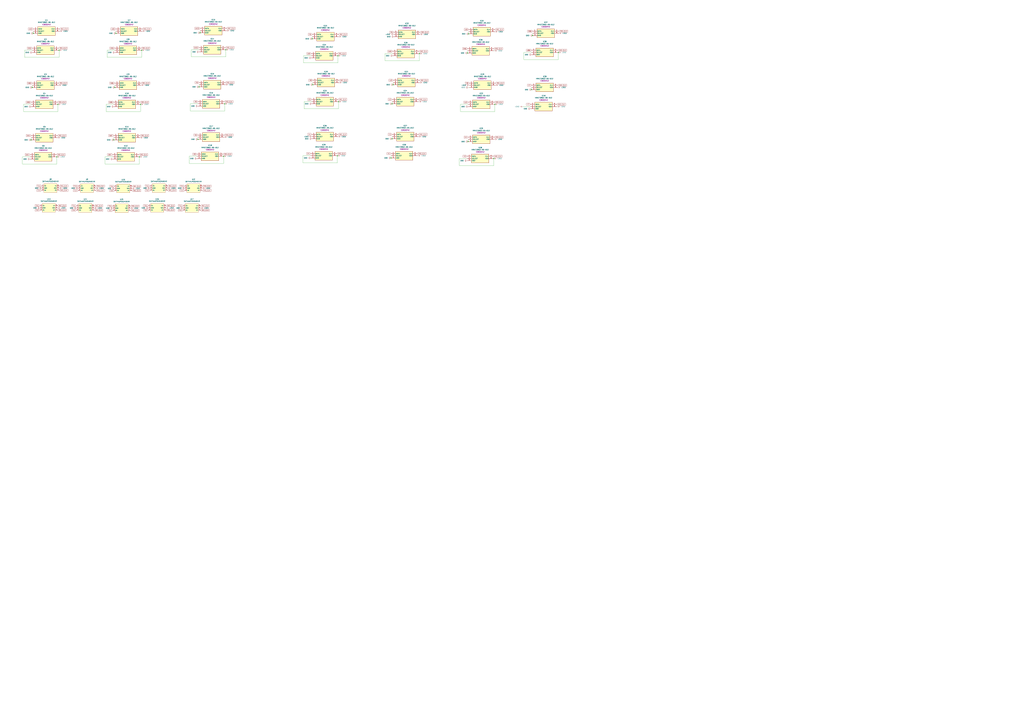
<source format=kicad_sch>
(kicad_sch (version 20231120) (generator "eeschema") (generator_version "8.0")
  (paper "A0")
  (junction (at 455.295 161.29))
  (junction (at 544.195 39.37))
  (junction (at 455.295 120.65))
  (junction (at 456.565 98.425))
  (junction (at 454.025 183.515))
  (junction (at 163.195 121.285))
  (junction (at 573.405 184.15))
  (junction (at 618.49 41.275))
  (junction (at 542.925 61.595))
  (junction (at 648.335 60.96))
  (junction (at 161.925 182.245))
  (junction (at 229.87 161.925))
  (junction (at 487.045 62.23))
  (junction (at 68.58 58.42))
  (junction (at 259.715 181.61))
  (junction (at 392.43 64.77))
  (junction (at 617.22 104.14))
  (junction (at 393.065 118.11))
  (junction (at 391.795 180.975))
  (junction (at 231.14 100.965))
  (junction (at 36.195 162.56))
  (junction (at 574.675 121.285))
  (junction (at 134.62 38.735))
  (junction (at 164.465 58.42))
  (junction (at 67.31 121.285))
  (junction (at 38.735 38.735))
  (junction (at 37.465 101.6))
  (junction (at 362.585 45.085))
  (junction (at 543.56 164.465))
  (junction (at 66.04 182.245))
  (junction (at 260.985 120.65))
  (junction (at 262.255 57.785))
  (junction (at 133.35 101.6))
  (junction (at 132.08 162.56))
  (junction (at 363.22 98.425))
  (junction (at 232.41 38.1))
  (wire (pts (xy 121.92 190.5) (xy 161.925 190.5)))
  (wire (pts (xy 162.56 121.285) (xy 163.195 121.285)))
  (wire (pts (xy 259.715 181.61) (xy 259.715 189.865)))
  (wire (pts (xy 363.22 95.885) (xy 363.22 98.425)))
  (wire (pts (xy 219.71 189.865) (xy 259.715 189.865)))
  (wire (pts (xy 259.08 181.61) (xy 259.715 181.61)))
  (wire (pts (xy 534.67 129.54) (xy 574.675 129.54)))
  (wire (pts (xy 260.35 120.65) (xy 260.985 120.65)))
  (wire (pts (xy 393.065 118.11) (xy 393.065 126.365)))
  (wire (pts (xy 352.425 73.025) (xy 392.43 73.025)))
  (wire (pts (xy 617.22 101.6) (xy 617.22 104.14)))
  (wire (pts (xy 28.575 58.42) (xy 28.575 66.675)))
  (wire (pts (xy 36.195 121.285) (xy 27.305 121.285)))
  (wire (pts (xy 124.46 66.675) (xy 164.465 66.675)))
  (wire (pts (xy 66.04 182.245) (xy 66.04 190.5)))
  (wire (pts (xy 231.14 57.785) (xy 222.25 57.785)))
  (wire (pts (xy 572.77 184.15) (xy 573.405 184.15)))
  (wire (pts (xy 648.335 60.96) (xy 648.335 69.215)))
  (wire (pts (xy 220.98 120.65) (xy 220.98 128.905)))
  (wire (pts (xy 392.43 118.11) (xy 393.065 118.11)))
  (wire (pts (xy 646.43 123.825) (xy 647.065 123.825)))
  (wire (pts (xy 360.68 180.975) (xy 351.79 180.975)))
  (wire (pts (xy 573.405 184.15) (xy 573.405 192.405)))
  (wire (pts (xy 161.925 182.245) (xy 161.925 190.5)))
  (wire (pts (xy 27.305 129.54) (xy 67.31 129.54)))
  (wire (pts (xy 163.195 121.285) (xy 163.195 129.54)))
  (wire (pts (xy 351.79 180.975) (xy 351.79 189.23)))
  (wire (pts (xy 618.49 38.735) (xy 618.49 41.275)))
  (wire (pts (xy 353.06 118.11) (xy 353.06 126.365)))
  (wire (pts (xy 608.33 60.96) (xy 608.33 69.215)))
  (wire (pts (xy 34.925 182.245) (xy 26.035 182.245)))
  (wire (pts (xy 67.31 121.285) (xy 67.31 129.54)))
  (wire (pts (xy 352.425 64.77) (xy 352.425 73.025)))
  (wire (pts (xy 362.585 42.545) (xy 362.585 45.085)))
  (wire (pts (xy 26.035 182.245) (xy 26.035 190.5)))
  (wire (pts (xy 220.98 128.905) (xy 260.985 128.905)))
  (wire (pts (xy 222.25 57.785) (xy 222.25 66.04)))
  (wire (pts (xy 130.81 182.245) (xy 121.92 182.245)))
  (wire (pts (xy 262.255 57.785) (xy 262.255 66.04)))
  (wire (pts (xy 38.735 36.195) (xy 38.735 38.735)))
  (wire (pts (xy 229.87 120.65) (xy 220.98 120.65)))
  (wire (pts (xy 260.985 120.65) (xy 260.985 128.905)))
  (wire (pts (xy 231.14 98.425) (xy 231.14 100.965)))
  (wire (pts (xy 543.56 161.925) (xy 543.56 164.465)))
  (wire (pts (xy 36.195 160.02) (xy 36.195 162.56)))
  (wire (pts (xy 222.25 66.04) (xy 262.255 66.04)))
  (wire (pts (xy 534.67 121.285) (xy 534.67 129.54)))
  (wire (pts (xy 132.08 160.02) (xy 132.08 162.56)))
  (wire (pts (xy 573.405 59.055) (xy 574.04 59.055)))
  (wire (pts (xy 132.08 121.285) (xy 123.19 121.285)))
  (wire (pts (xy 134.62 36.195) (xy 134.62 38.735)))
  (wire (pts (xy 27.305 121.285) (xy 27.305 129.54)))
  (wire (pts (xy 68.58 58.42) (xy 68.58 66.675)))
  (wire (pts (xy 164.465 58.42) (xy 164.465 66.675)))
  (wire (pts (xy 133.35 58.42) (xy 124.46 58.42)))
  (wire (pts (xy 228.6 181.61) (xy 219.71 181.61)))
  (wire (pts (xy 123.19 129.54) (xy 163.195 129.54)))
  (wire (pts (xy 455.93 62.23) (xy 447.04 62.23)))
  (wire (pts (xy 232.41 35.56) (xy 232.41 38.1)))
  (wire (pts (xy 391.16 180.975) (xy 391.795 180.975)))
  (wire (pts (xy 124.46 58.42) (xy 124.46 66.675)))
  (wire (pts (xy 647.7 60.96) (xy 648.335 60.96)))
  (wire (pts (xy 486.41 62.23) (xy 487.045 62.23)))
  (wire (pts (xy 219.71 181.61) (xy 219.71 189.865)))
  (wire (pts (xy 67.945 58.42) (xy 68.58 58.42)))
  (wire (pts (xy 391.795 64.77) (xy 392.43 64.77)))
  (wire (pts (xy 37.465 99.06) (xy 37.465 101.6)))
  (wire (pts (xy 65.405 182.245) (xy 66.04 182.245)))
  (wire (pts (xy 161.29 182.245) (xy 161.925 182.245)))
  (wire (pts (xy 543.56 121.285) (xy 534.67 121.285)))
  (wire (pts (xy 608.33 69.215) (xy 648.335 69.215)))
  (wire (pts (xy 66.675 121.285) (xy 67.31 121.285)))
  (wire (pts (xy 37.465 58.42) (xy 28.575 58.42)))
  (wire (pts (xy 533.4 184.15) (xy 533.4 192.405)))
  (wire (pts (xy 361.315 64.77) (xy 352.425 64.77)))
  (wire (pts (xy 574.04 121.285) (xy 574.675 121.285)))
  (wire (pts (xy 455.295 158.75) (xy 455.295 161.29)))
  (wire (pts (xy 391.795 180.975) (xy 391.795 189.23)))
  (wire (pts (xy 133.35 99.06) (xy 133.35 101.6)))
  (wire (pts (xy 447.04 70.485) (xy 487.045 70.485)))
  (wire (pts (xy 543.687 101.6) (xy 544.83 101.6)))
  (wire (pts (xy 617.22 60.96) (xy 608.33 60.96)))
  (wire (pts (xy 533.4 192.405) (xy 573.405 192.405)))
  (wire (pts (xy 26.035 190.5) (xy 66.04 190.5)))
  (wire (pts (xy 456.565 95.885) (xy 456.565 98.425)))
  (wire (pts (xy 361.95 118.11) (xy 353.06 118.11)))
  (wire (pts (xy 542.29 184.15) (xy 533.4 184.15)))
  (wire (pts (xy 484.505 180.975) (xy 485.14 180.975)))
  (wire (pts (xy 392.43 64.77) (xy 392.43 73.025)))
  (wire (pts (xy 485.775 118.11) (xy 486.41 118.11)))
  (wire (pts (xy 447.04 62.23) (xy 447.04 70.485)))
  (wire (pts (xy 261.62 57.785) (xy 262.255 57.785)))
  (wire (pts (xy 542.925 59.055) (xy 542.925 61.595)))
  (wire (pts (xy 454.025 180.975) (xy 454.025 183.515)))
  (wire (pts (xy 121.92 182.245) (xy 121.92 190.5)))
  (wire (pts (xy 351.79 189.23) (xy 391.795 189.23)))
  (wire (pts (xy 487.045 62.23) (xy 487.045 70.485)))
  (wire (pts (xy 28.575 66.675) (xy 68.58 66.675)))
  (wire (pts (xy 163.83 58.42) (xy 164.465 58.42)))
  (wire (pts (xy 229.87 159.385) (xy 229.87 161.925)))
  (wire (pts (xy 615.95 123.825) (xy 607.06 123.825)))
  (wire (pts (xy 544.195 36.83) (xy 544.195 39.37)))
  (wire (pts (xy 353.06 126.365) (xy 393.065 126.365)))
  (wire (pts (xy 574.675 121.285) (xy 574.675 129.54)))
  (wire (pts (xy 455.295 118.11) (xy 455.295 120.65)))
  (wire (pts (xy 123.19 121.285) (xy 123.19 129.54)))
  (global_label "T14" (shape input) (at 48.387 221.107 180) (property "Intersheetrefs" "${INTERSHEET_REFS}" (effects (hide yes))))
  (global_label "MIC_CLK" (shape input) (at 68.707 216.027 0) (property "Intersheetrefs" "${INTERSHEET_REFS}" (effects (hide yes))))
  (global_label "MIC_CLK" (shape input) (at 192.659 244.094 0) (property "Intersheetrefs" "${INTERSHEET_REFS}" (effects (hide yes))))
  (global_label "MIC_CLK" (shape input) (at 573.405 56.515 0) (property "Intersheetrefs" "${INTERSHEET_REFS}" (effects (hide yes))))
  (global_label "MIC_CLK" (shape input) (at 151.384 244.475 0) (property "Intersheetrefs" "${INTERSHEET_REFS}" (effects (hide yes))))
  (global_label "T14" (shape input) (at 90.805 216.154 180) (property "Intersheetrefs" "${INTERSHEET_REFS}" (effects (hide yes))))
  (global_label "T14" (shape input) (at 132.969 221.488 180) (property "Intersheetrefs" "${INTERSHEET_REFS}" (effects (hide yes))))
  (global_label "MIC_CLK" (shape input) (at 487.68 37.465 0) (property "Intersheetrefs" "${INTERSHEET_REFS}" (effects (hide yes))))
  (global_label "MIC_CLK" (shape input) (at 151.384 239.395 0) (property "Intersheetrefs" "${INTERSHEET_REFS}" (effects (hide yes))))
  (global_label "MIC_CLK" (shape input) (at 234.823 221.234 0) (property "Intersheetrefs" "${INTERSHEET_REFS}" (effects (hide yes))))
  (global_label "Y8" (shape input) (at 544.83 96.52 180) (property "Intersheetrefs" "${INTERSHEET_REFS}" (effects (hide yes))))
  (global_label "MIC_CLK" (shape input) (at 647.7 58.42 0) (property "Intersheetrefs" "${INTERSHEET_REFS}" (effects (hide yes))))
  (global_label "V9" (shape input) (at 228.6 179.07 180) (property "Intersheetrefs" "${INTERSHEET_REFS}" (effects (hide yes))))
  (global_label "MIC_CLK" (shape input) (at 66.675 157.48 0) (property "Intersheetrefs" "${INTERSHEET_REFS}" (effects (hide yes))))
  (global_label "T14" (shape input) (at 131.064 239.395 180) (property "Intersheetrefs" "${INTERSHEET_REFS}" (effects (hide yes))))
  (global_label "T14" (shape input) (at 174.244 221.107 180) (property "Intersheetrefs" "${INTERSHEET_REFS}" (effects (hide yes))))
  (global_label "AA5" (shape input) (at 134.62 33.655 180) (property "Intersheetrefs" "${INTERSHEET_REFS}" (effects (hide yes))))
  (global_label "MIC_CLK" (shape input) (at 161.29 179.705 0) (property "Intersheetrefs" "${INTERSHEET_REFS}" (effects (hide yes))))
  (global_label "T14" (shape input) (at 131.064 244.475 180) (property "Intersheetrefs" "${INTERSHEET_REFS}" (effects (hide yes))))
  (global_label "MIC_CLK" (shape input) (at 67.945 96.52 0) (property "Intersheetrefs" "${INTERSHEET_REFS}" (effects (hide yes))))
  (global_label "T14" (shape input) (at 212.598 239.141 180) (property "Intersheetrefs" "${INTERSHEET_REFS}" (effects (hide yes))))
  (global_label "AB3" (shape input) (at 36.195 118.745 180) (property "Intersheetrefs" "${INTERSHEET_REFS}" (effects (hide yes))))
  (global_label "Y3" (shape input) (at 455.295 156.21 180) (property "Intersheetrefs" "${INTERSHEET_REFS}" (effects (hide yes))))
  (global_label "AB3" (shape input) (at 37.465 96.52 180) (property "Intersheetrefs" "${INTERSHEET_REFS}" (effects (hide yes))))
  (global_label "MIC_CLK" (shape input) (at 485.775 156.21 0) (property "Intersheetrefs" "${INTERSHEET_REFS}" (effects (hide yes))))
  (global_label "T14" (shape input) (at 90.805 221.234 180) (property "Intersheetrefs" "${INTERSHEET_REFS}" (effects (hide yes))))
  (global_label "MIC_CLK" (shape input) (at 646.43 121.285 0) (property "Intersheetrefs" "${INTERSHEET_REFS}" (effects (hide yes))))
  (global_label "MIC_CLK" (shape input) (at 162.56 157.48 0) (property "Intersheetrefs" "${INTERSHEET_REFS}" (effects (hide yes))))
  (global_label "U3" (shape input) (at 543.56 118.745 180) (property "Intersheetrefs" "${INTERSHEET_REFS}" (effects (hide yes))))
  (global_label "MIC_CLK" (shape input) (at 66.675 118.745 0) (property "Intersheetrefs" "${INTERSHEET_REFS}" (effects (hide yes))))
  (global_label "MIC_CLK" (shape input) (at 487.045 93.345 0) (property "Intersheetrefs" "${INTERSHEET_REFS}" (effects (hide yes))))
  (global_label "MIC_CLK" (shape input) (at 393.065 40.005 0) (property "Intersheetrefs" "${INTERSHEET_REFS}" (effects (hide yes))))
  (global_label "MIC_CLK" (shape input) (at 232.918 239.141 0) (property "Intersheetrefs" "${INTERSHEET_REFS}" (effects (hide yes))))
  (global_label "MIC_CLK" (shape input) (at 261.62 55.245 0) (property "Intersheetrefs" "${INTERSHEET_REFS}" (effects (hide yes))))
  (global_label "V9" (shape input) (at 229.87 156.845 180) (property "Intersheetrefs" "${INTERSHEET_REFS}" (effects (hide yes))))
  (global_label "MIC_CLK" (shape input) (at 574.675 34.29 0) (property "Intersheetrefs" "${INTERSHEET_REFS}" (effects (hide yes))))
  (global_label "Y9" (shape input) (at 229.87 118.11 180) (property "Intersheetrefs" "${INTERSHEET_REFS}" (effects (hide yes))))
  (global_label "AA3" (shape input) (at 37.465 55.88 180) (property "Intersheetrefs" "${INTERSHEET_REFS}" (effects (hide yes))))
  (global_label "MIC_CLK" (shape input) (at 109.22 239.141 0) (property "Intersheetrefs" "${INTERSHEET_REFS}" (effects (hide yes))))
  (global_label "MIC_CLK" (shape input) (at 393.7 93.345 0) (property "Intersheetrefs" "${INTERSHEET_REFS}" (effects (hide yes))))
  (global_label "AB7" (shape input) (at 132.08 157.48 180) (property "Intersheetrefs" "${INTERSHEET_REFS}" (effects (hide yes))))
  (global_label "T14" (shape input) (at 88.9 244.221 180) (property "Intersheetrefs" "${INTERSHEET_REFS}" (effects (hide yes))))
  (global_label "MIC_CLK" (shape input) (at 163.83 96.52 0) (property "Intersheetrefs" "${INTERSHEET_REFS}" (effects (hide yes))))
  (global_label "MIC_CLK" (shape input) (at 485.775 115.57 0) (property "Intersheetrefs" "${INTERSHEET_REFS}" (effects (hide yes))))
  (global_label "V4" (shape input) (at 361.95 156.21 180) (property "Intersheetrefs" "${INTERSHEET_REFS}" (effects (hide yes))))
  (global_label "MIC_CLK" (shape input) (at 262.89 33.02 0) (property "Intersheetrefs" "${INTERSHEET_REFS}" (effects (hide yes))))
  (global_label "MIC_CLK" (shape input) (at 153.289 221.488 0) (property "Intersheetrefs" "${INTERSHEET_REFS}" (effects (hide yes))))
  (global_label "V4" (shape input) (at 543.56 159.385 180) (property "Intersheetrefs" "${INTERSHEET_REFS}" (effects (hide yes))))
  (global_label "Y8" (shape input) (at 363.22 93.345 180) (property "Intersheetrefs" "${INTERSHEET_REFS}" (effects (hide yes))))
  (global_label "AB7" (shape input) (at 130.81 179.705 180) (property "Intersheetrefs" "${INTERSHEET_REFS}" (effects (hide yes))))
  (global_label "W9" (shape input) (at 544.195 34.29 180) (property "Intersheetrefs" "${INTERSHEET_REFS}" (effects (hide yes))))
  (global_label "W9" (shape input) (at 361.315 62.23 180) (property "Intersheetrefs" "${INTERSHEET_REFS}" (effects (hide yes))))
  (global_label "MIC_CLK" (shape input) (at 194.564 216.027 0) (property "Intersheetrefs" "${INTERSHEET_REFS}" (effects (hide yes))))
  (global_label "MIC_CLK" (shape input) (at 111.125 221.234 0) (property "Intersheetrefs" "${INTERSHEET_REFS}" (effects (hide yes))))
  (global_label "MIC_CLK" (shape input) (at 392.43 115.57 0) (property "Intersheetrefs" "${INTERSHEET_REFS}" (effects (hide yes))))
  (global_label "T14" (shape input) (at 212.598 244.221 180) (property "Intersheetrefs" "${INTERSHEET_REFS}" (effects (hide yes))))
  (global_label "T14" (shape input) (at 132.969 216.408 180) (property "Intersheetrefs" "${INTERSHEET_REFS}" (effects (hide yes))))
  (global_label "MIC_CLK" (shape input) (at 574.04 118.745 0) (property "Intersheetrefs" "${INTERSHEET_REFS}" (effects (hide yes))))
  (global_label "MIC_CLK" (shape input) (at 65.405 179.705 0) (property "Intersheetrefs" "${INTERSHEET_REFS}" (effects (hide yes))))
  (global_label "Y4" (shape input) (at 360.68 178.435 180) (property "Intersheetrefs" "${INTERSHEET_REFS}" (effects (hide yes))))
  (global_label "MIC_CLK" (shape input) (at 69.215 33.655 0) (property "Intersheetrefs" "${INTERSHEET_REFS}" (effects (hide yes))))
  (global_label "MIC_CLK" (shape input) (at 575.31 96.52 0) (property "Intersheetrefs" "${INTERSHEET_REFS}" (effects (hide yes))))
  (global_label "T14" (shape input) (at 48.387 216.027 180) (property "Intersheetrefs" "${INTERSHEET_REFS}" (effects (hide yes))))
  (global_label "MIC_CLK" (shape input) (at 111.125 216.154 0) (property "Intersheetrefs" "${INTERSHEET_REFS}" (effects (hide yes))))
  (global_label "MIC_CLK" (shape input) (at 574.04 159.385 0) (property "Intersheetrefs" "${INTERSHEET_REFS}" (effects (hide yes))))
  (global_label "T14" (shape input) (at 172.339 244.094 180) (property "Intersheetrefs" "${INTERSHEET_REFS}" (effects (hide yes))))
  (global_label "MIC_CLK" (shape input) (at 392.43 156.21 0) (property "Intersheetrefs" "${INTERSHEET_REFS}" (effects (hide yes))))
  (global_label "T14" (shape input) (at 46.482 244.094 180) (property "Intersheetrefs" "${INTERSHEET_REFS}" (effects (hide yes))))
  (global_label "MIC_CLK" (shape input) (at 261.62 95.885 0) (property "Intersheetrefs" "${INTERSHEET_REFS}" (effects (hide yes))))
  (global_label "T14" (shape input) (at 174.244 216.027 180) (property "Intersheetrefs" "${INTERSHEET_REFS}" (effects (hide yes))))
  (global_label "MIC_CLK" (shape input) (at 192.659 239.014 0) (property "Intersheetrefs" "${INTERSHEET_REFS}" (effects (hide yes))))
  (global_label "MIC_CLK" (shape input) (at 572.77 181.61 0) (property "Intersheetrefs" "${INTERSHEET_REFS}" (effects (hide yes))))
  (global_label "Y7" (shape input) (at 617.22 99.06 180) (property "Intersheetrefs" "${INTERSHEET_REFS}" (effects (hide yes))))
  (global_label "AA6" (shape input) (at 542.925 56.515 180) (property "Intersheetrefs" "${INTERSHEET_REFS}" (effects (hide yes))))
  (global_label "MIC_CLK" (shape input) (at 391.16 178.435 0) (property "Intersheetrefs" "${INTERSHEET_REFS}" (effects (hide yes))))
  (global_label "Y6" (shape input) (at 457.2 37.465 180) (property "Intersheetrefs" "${INTERSHEET_REFS}" (effects (hide yes))))
  (global_label "Y7" (shape input) (at 615.95 121.285 180) (property "Intersheetrefs" "${INTERSHEET_REFS}" (effects (hide yes))))
  (global_label "MIC_CLK" (shape input) (at 484.505 178.435 0) (property "Intersheetrefs" "${INTERSHEET_REFS}" (effects (hide yes))))
  (global_label "T14" (shape input) (at 214.503 221.234 180) (property "Intersheetrefs" "${INTERSHEET_REFS}" (effects (hide yes))))
  (global_label "MIC_CLK" (shape input) (at 234.823 216.154 0) (property "Intersheetrefs" "${INTERSHEET_REFS}" (effects (hide yes))))
  (global_label "MIC_CLK" (shape input) (at 232.918 244.221 0) (property "Intersheetrefs" "${INTERSHEET_REFS}" (effects (hide yes))))
  (global_label "MIC_CLK" (shape input) (at 260.35 156.845 0) (property "Intersheetrefs" "${INTERSHEET_REFS}" (effects (hide yes))))
  (global_label "U3" (shape input) (at 456.565 93.345 180) (property "Intersheetrefs" "${INTERSHEET_REFS}" (effects (hide yes))))
  (global_label "Y9" (shape input) (at 231.14 95.885 180) (property "Intersheetrefs" "${INTERSHEET_REFS}" (effects (hide yes))))
  (global_label "MIC_CLK" (shape input) (at 194.564 221.107 0) (property "Intersheetrefs" "${INTERSHEET_REFS}" (effects (hide yes))))
  (global_label "AA4" (shape input) (at 34.925 179.705 180) (property "Intersheetrefs" "${INTERSHEET_REFS}" (effects (hide yes))))
  (global_label "AB6" (shape input) (at 618.49 36.195 180) (property "Intersheetrefs" "${INTERSHEET_REFS}" (effects (hide yes))))
  (global_label "MIC_CLK" (shape input) (at 163.83 55.88 0) (property "Intersheetrefs" "${INTERSHEET_REFS}" (effects (hide yes))))
  (global_label "AA5" (shape input) (at 133.35 55.88 180) (property "Intersheetrefs" "${INTERSHEET_REFS}" (effects (hide yes))))
  (global_label "MIC_CLK" (shape input) (at 66.802 244.094 0) (property "Intersheetrefs" "${INTERSHEET_REFS}" (effects (hide yes))))
  (global_label "AA4" (shape input) (at 36.195 157.48 180) (property "Intersheetrefs" "${INTERSHEET_REFS}" (effects (hide yes))))
  (global_label "AA6" (shape input) (at 455.93 59.69 180) (property "Intersheetrefs" "${INTERSHEET_REFS}" (effects (hide yes))))
  (global_label "AB6" (shape input) (at 617.22 58.42 180) (property "Intersheetrefs" "${INTERSHEET_REFS}" (effects (hide yes))))
  (global_label "V3" (shape input) (at 361.95 115.57 180) (property "Intersheetrefs" "${INTERSHEET_REFS}" (effects (hide yes))))
  (global_label "T14" (shape input) (at 172.339 239.014 180) (property "Intersheetrefs" "${INTERSHEET_REFS}" (effects (hide yes))))
  (global_label "MIC_CLK" (shape input) (at 648.97 36.195 0) (property "Intersheetrefs" "${INTERSHEET_REFS}" (effects (hide yes))))
  (global_label "MIC_CLK" (shape input) (at 486.41 59.69 0) (property "Intersheetrefs" "${INTERSHEET_REFS}" (effects (hide yes))))
  (global_label "AB5" (shape input) (at 132.08 118.745 180) (property "Intersheetrefs" "${INTERSHEET_REFS}" (effects (hide yes))))
  (global_label "MIC_CLK" (shape input) (at 68.707 221.107 0) (property "Intersheetrefs" "${INTERSHEET_REFS}" (effects (hide yes))))
  (global_label "MIC_CLK" (shape input) (at 647.7 99.06 0) (property "Intersheetrefs" "${INTERSHEET_REFS}" (effects (hide yes))))
  (global_label "MIC_CLK" (shape input) (at 67.945 55.88 0) (property "Intersheetrefs" "${INTERSHEET_REFS}" (effects (hide yes))))
  (global_label "T14" (shape input) (at 46.482 239.014 180) (property "Intersheetrefs" "${INTERSHEET_REFS}" (effects (hide yes))))
  (global_label "W10" (shape input) (at 231.14 55.245 180) (property "Intersheetrefs" "${INTERSHEET_REFS}" (effects (hide yes))))
  (global_label "MIC_CLK" (shape input) (at 165.1 33.655 0) (property "Intersheetrefs" "${INTERSHEET_REFS}" (effects (hide yes))))
  (global_label "MIC_CLK" (shape input) (at 259.08 179.07 0) (property "Intersheetrefs" "${INTERSHEET_REFS}" (effects (hide yes))))
  (global_label "Y6" (shape input) (at 362.585 40.005 180) (property "Intersheetrefs" "${INTERSHEET_REFS}" (effects (hide yes))))
  (global_label "W10" (shape input) (at 232.41 33.02 180) (property "Intersheetrefs" "${INTERSHEET_REFS}" (effects (hide yes))))
  (global_label "AB5" (shape input) (at 133.35 96.52 180) (property "Intersheetrefs" "${INTERSHEET_REFS}" (effects (hide yes))))
  (global_label "MIC_CLK" (shape input) (at 66.802 239.014 0) (property "Intersheetrefs" "${INTERSHEET_REFS}" (effects (hide yes))))
  (global_label "MIC_CLK" (shape input) (at 391.795 62.23 0) (property "Intersheetrefs" "${INTERSHEET_REFS}" (effects (hide yes))))
  (global_label "T14" (shape input) (at 214.503 216.154 180) (property "Intersheetrefs" "${INTERSHEET_REFS}" (effects (hide yes))))
  (global_label "Y4" (shape input) (at 454.025 178.435 180) (property "Intersheetrefs" "${INTERSHEET_REFS}" (effects (hide yes))))
  (global_label "MIC_CLK" (shape input) (at 109.22 244.221 0) (property "Intersheetrefs" "${INTERSHEET_REFS}" (effects (hide yes))))
  (global_label "MIC_CLK" (shape input) (at 260.35 118.11 0) (property "Intersheetrefs" "${INTERSHEET_REFS}" (effects (hide yes))))
  (global_label "AA3" (shape input) (at 38.735 33.655 180) (property "Intersheetrefs" "${INTERSHEET_REFS}" (effects (hide yes))))
  (global_label "Y3" (shape input) (at 542.29 181.61 180) (property "Intersheetrefs" "${INTERSHEET_REFS}" (effects (hide yes))))
  (global_label "MIC_CLK" (shape input) (at 153.289 216.408 0) (property "Intersheetrefs" "${INTERSHEET_REFS}" (effects (hide yes))))
  (global_label "V3" (shape input) (at 455.295 115.57 180) (property "Intersheetrefs" "${INTERSHEET_REFS}" (effects (hide yes))))
  (global_label "T14" (shape input) (at 88.9 239.141 180) (property "Intersheetrefs" "${INTERSHEET_REFS}" (effects (hide yes))))
  (global_label "MIC_CLK" (shape input) (at 162.56 118.745 0) (property "Intersheetrefs" "${INTERSHEET_REFS}" (effects (hide yes))))
  (symbol (lib_id "power:+3V3") (at 574.04 59.055 270) (unit 1)
    (property "Reference" "#PWR0158" (effects (hide yes)))
    (property "Value" "+3V3" (at 577.85 59.055 90) (effects (justify left)))
  )
  (symbol (lib_id "power:GND") (at 618.49 41.275 270) (unit 1)
    (property "Reference" "#PWR0163" (effects (hide yes)))
    (property "Value" "GND" (at 614.68 41.275 90) (effects (justify right)))
  )
  (symbol (lib_id "power:GND") (at 617.22 63.5 270) (unit 1)
    (property "Reference" "#PWR0165" (effects (hide yes)))
    (property "Value" "GND" (at 613.41 63.5 90) (effects (justify right)))
  )
  (symbol (lib_id "SamacSys_Parts:MMICT3902-00-012") (at 34.925 179.705 0) (unit 1)
    (property "Reference" "IC6" (at 50.165 169.545 0))
    (property "Value" "MMICT3902-00-012" (at 50.165 172.085 0))
    (property "Footprint" "T3902:MMICT390200012" (effects (hide yes)))
    (property "Datasheet" "http://invensense.tdk.com/wp-content/uploads/2020/05/DS-000357-T3902-v1.0.pdf" (effects (hide yes)))
    (property "Height" "1.13" (effects (hide yes)))
    (property "Mouser Part Number" "410-MMICT3902-00-012" (effects (hide yes)))
    (property "Mouser Price/Stock" "https://www.mouser.co.uk/ProductDetail/TDK-InvenSense/MMICT3902-00-012?qs=yqaQSyyJnNi1lpqXyrpxOA%3D%3D" (effects (hide yes)))
    (property "Manufacturer_Name" "TDK" (effects (hide yes)))
    (property "Manufacturer_Part_Number" "MMICT3902-00-012" (effects (hide yes)))
    (property "LCSC" "C3032242" (at 50.165 174.625 0))
  )
  (symbol (lib_id "power:+3V3") (at 485.775 158.75 270) (unit 1)
    (property "Reference" "#PWR0140" (effects (hide yes)))
    (property "Value" "+3V3" (at 489.585 158.75 90) (effects (justify left)))
  )
  (symbol (lib_id "power:GND") (at 228.6 184.15 270) (unit 1)
    (property "Reference" "#PWR0125" (effects (hide yes)))
    (property "Value" "GND" (at 224.79 184.15 90) (effects (justify right)))
  )
  (symbol (lib_id "power:+3V3") (at 153.289 218.948 270) (unit 1)
    (property "Reference" "#PWR0940" (effects (hide yes)))
    (property "Value" "+3V3" (at 157.099 218.948 90) (effects (justify left)))
  )
  (symbol (lib_id "buffer driver 2state:SN74AUP2G34DCKR") (at 99.06 241.681 0) (unit 1)
    (property "Reference" "U14" (at 99.06 231.394 0))
    (property "Value" "SN74AUP2G34DCKR" (at 99.06 233.934 0))
    (property "Footprint" "footprint:SC-70-6_L2.0-W1.3-P0.65-LS2.1-BL" (effects (hide yes)))
    (property "Datasheet" "https://cn.bing.com/search?q=datasheet： LM66100DCKT" (effects (hide yes)))
    (property "LCSC" "C202161" (effects (hide yes)))
    (property "JLC Part" "C202161" (effects (hide yes)))
  )
  (symbol (lib_id "SamacSys_Parts:MMICT3902-00-012") (at 615.95 121.285 0) (unit 1)
    (property "Reference" "IC40" (at 631.19 111.125 0))
    (property "Value" "MMICT3902-00-012" (at 631.19 113.665 0))
    (property "Footprint" "T3902:MMICT390200012" (effects (hide yes)))
    (property "Datasheet" "http://invensense.tdk.com/wp-content/uploads/2020/05/DS-000357-T3902-v1.0.pdf" (effects (hide yes)))
    (property "Height" "1.13" (effects (hide yes)))
    (property "Mouser Part Number" "410-MMICT3902-00-012" (effects (hide yes)))
    (property "Mouser Price/Stock" "https://www.mouser.co.uk/ProductDetail/TDK-InvenSense/MMICT3902-00-012?qs=yqaQSyyJnNi1lpqXyrpxOA%3D%3D" (effects (hide yes)))
    (property "Manufacturer_Name" "TDK" (effects (hide yes)))
    (property "Manufacturer_Part_Number" "MMICT3902-00-012" (effects (hide yes)))
    (property "LCSC" "C3032242" (at 631.19 116.205 0))
  )
  (symbol (lib_id "SamacSys_Parts:MMICT3902-00-012") (at 133.35 55.88 0) (unit 1)
    (property "Reference" "IC8" (at 148.59 45.72 0))
    (property "Value" "MMICT3902-00-012" (at 148.59 48.26 0))
    (property "Footprint" "T3902:MMICT390200012" (effects (hide yes)))
    (property "Datasheet" "http://invensense.tdk.com/wp-content/uploads/2020/05/DS-000357-T3902-v1.0.pdf" (effects (hide yes)))
    (property "Height" "1.13" (effects (hide yes)))
    (property "Mouser Part Number" "410-MMICT3902-00-012" (effects (hide yes)))
    (property "Mouser Price/Stock" "https://www.mouser.co.uk/ProductDetail/TDK-InvenSense/MMICT3902-00-012?qs=yqaQSyyJnNi1lpqXyrpxOA%3D%3D" (effects (hide yes)))
    (property "Manufacturer_Name" "TDK" (effects (hide yes)))
    (property "Manufacturer_Part_Number" "MMICT3902-00-012" (effects (hide yes)))
    (property "LCSC" "C3032242" (at 148.59 50.8 0))
  )
  (symbol (lib_id "power:+3V3") (at 109.22 241.681 270) (unit 1)
    (property "Reference" "#PWR0948" (effects (hide yes)))
    (property "Value" "+3V3" (at 113.03 241.681 90) (effects (justify left)))
  )
  (symbol (lib_id "power:+3V3") (at 69.215 36.195 270) (unit 1)
    (property "Reference" "#PWR090" (effects (hide yes)))
    (property "Value" "+3V3" (at 73.025 36.195 90) (effects (justify left)))
  )
  (symbol (lib_id "power:GND") (at 130.81 184.785 270) (unit 1)
    (property "Reference" "#PWR0113" (effects (hide yes)))
    (property "Value" "GND" (at 127 184.785 90) (effects (justify right)))
  )
  (symbol (lib_id "power:GND") (at 131.064 241.935 270) (unit 1)
    (property "Reference" "#PWR0949" (effects (hide yes)))
    (property "Value" "GND" (at 127.254 241.935 90) (effects (justify right)))
  )
  (symbol (lib_id "SamacSys_Parts:MMICT3902-00-012") (at 130.81 179.705 0) (unit 1)
    (property "Reference" "IC12" (at 146.05 169.545 0))
    (property "Value" "MMICT3902-00-012" (at 146.05 172.085 0))
    (property "Footprint" "T3902:MMICT390200012" (effects (hide yes)))
    (property "Datasheet" "http://invensense.tdk.com/wp-content/uploads/2020/05/DS-000357-T3902-v1.0.pdf" (effects (hide yes)))
    (property "Height" "1.13" (effects (hide yes)))
    (property "Mouser Part Number" "410-MMICT3902-00-012" (effects (hide yes)))
    (property "Mouser Price/Stock" "https://www.mouser.co.uk/ProductDetail/TDK-InvenSense/MMICT3902-00-012?qs=yqaQSyyJnNi1lpqXyrpxOA%3D%3D" (effects (hide yes)))
    (property "Manufacturer_Name" "TDK" (effects (hide yes)))
    (property "Manufacturer_Part_Number" "MMICT3902-00-012" (effects (hide yes)))
    (property "LCSC" "C3032242" (at 146.05 174.625 0))
  )
  (symbol (lib_id "buffer driver 2state:SN74AUP2G34DCKR") (at 143.129 218.948 0) (unit 1)
    (property "Reference" "U10" (at 143.129 208.661 0))
    (property "Value" "SN74AUP2G34DCKR" (at 143.129 211.201 0))
    (property "Footprint" "footprint:SC-70-6_L2.0-W1.3-P0.65-LS2.1-BL" (effects (hide yes)))
    (property "Datasheet" "https://cn.bing.com/search?q=datasheet： LM66100DCKT" (effects (hide yes)))
    (property "LCSC" "C202161" (effects (hide yes)))
    (property "JLC Part" "C202161" (effects (hide yes)))
  )
  (symbol (lib_id "SamacSys_Parts:MMICT3902-00-012") (at 228.6 179.07 0) (unit 1)
    (property "Reference" "IC18" (at 243.84 168.91 0))
    (property "Value" "MMICT3902-00-012" (at 243.84 171.45 0))
    (property "Footprint" "T3902:MMICT390200012" (effects (hide yes)))
    (property "Datasheet" "http://invensense.tdk.com/wp-content/uploads/2020/05/DS-000357-T3902-v1.0.pdf" (effects (hide yes)))
    (property "Height" "1.13" (effects (hide yes)))
    (property "Mouser Part Number" "410-MMICT3902-00-012" (effects (hide yes)))
    (property "Mouser Price/Stock" "https://www.mouser.co.uk/ProductDetail/TDK-InvenSense/MMICT3902-00-012?qs=yqaQSyyJnNi1lpqXyrpxOA%3D%3D" (effects (hide yes)))
    (property "Manufacturer_Name" "TDK" (effects (hide yes)))
    (property "Manufacturer_Part_Number" "MMICT3902-00-012" (effects (hide yes)))
    (property "LCSC" "C3032242" (at 243.84 173.99 0))
  )
  (symbol (lib_id "SamacSys_Parts:MMICT3902-00-012") (at 362.585 40.005 0) (unit 1)
    (property "Reference" "IC31" (at 377.825 29.845 0))
    (property "Value" "MMICT3902-00-012" (at 377.825 32.385 0))
    (property "Footprint" "T3902:MMICT390200012" (effects (hide yes)))
    (property "Datasheet" "http://invensense.tdk.com/wp-content/uploads/2020/05/DS-000357-T3902-v1.0.pdf" (effects (hide yes)))
    (property "Height" "1.13" (effects (hide yes)))
    (property "Mouser Part Number" "410-MMICT3902-00-012" (effects (hide yes)))
    (property "Mouser Price/Stock" "https://www.mouser.co.uk/ProductDetail/TDK-InvenSense/MMICT3902-00-012?qs=yqaQSyyJnNi1lpqXyrpxOA%3D%3D" (effects (hide yes)))
    (property "Manufacturer_Name" "TDK" (effects (hide yes)))
    (property "Manufacturer_Part_Number" "MMICT3902-00-012" (effects (hide yes)))
    (property "LCSC" "C3032242" (at 377.825 34.925 0))
  )
  (symbol (lib_id "power:+3V3") (at 393.065 42.545 270) (unit 1)
    (property "Reference" "#PWR0150" (effects (hide yes)))
    (property "Value" "+3V3" (at 396.875 42.545 90) (effects (justify left)))
  )
  (symbol (lib_id "buffer driver 2state:SN74AUP2G34DCKR") (at 141.224 241.935 0) (unit 1)
    (property "Reference" "U15" (at 141.224 231.648 0))
    (property "Value" "SN74AUP2G34DCKR" (at 141.224 234.188 0))
    (property "Footprint" "footprint:SC-70-6_L2.0-W1.3-P0.65-LS2.1-BL" (effects (hide yes)))
    (property "Datasheet" "https://cn.bing.com/search?q=datasheet： LM66100DCKT" (effects (hide yes)))
    (property "LCSC" "C202161" (effects (hide yes)))
    (property "JLC Part" "C202161" (effects (hide yes)))
  )
  (symbol (lib_id "power:GND") (at 361.95 120.65 270) (unit 1)
    (property "Reference" "#PWR0136" (effects (hide yes)))
    (property "Value" "GND" (at 358.14 120.65 90) (effects (justify right)))
  )
  (symbol (lib_id "power:+3V3") (at 151.384 241.935 270) (unit 1)
    (property "Reference" "#PWR0950" (effects (hide yes)))
    (property "Value" "+3V3" (at 155.194 241.935 90) (effects (justify left)))
  )
  (symbol (lib_id "power:+3V3") (at 485.14 180.975 270) (unit 1)
    (property "Reference" "#PWR0146" (effects (hide yes)))
    (property "Value" "+3V3" (at 488.95 180.975 90) (effects (justify left)))
  )
  (symbol (lib_id "SamacSys_Parts:MMICT3902-00-012") (at 36.195 157.48 0) (unit 1)
    (property "Reference" "IC5" (at 51.435 147.32 0))
    (property "Value" "MMICT3902-00-012" (at 51.435 149.86 0))
    (property "Footprint" "T3902:MMICT390200012" (effects (hide yes)))
    (property "Datasheet" "http://invensense.tdk.com/wp-content/uploads/2020/05/DS-000357-T3902-v1.0.pdf" (effects (hide yes)))
    (property "Height" "1.13" (effects (hide yes)))
    (property "Mouser Part Number" "410-MMICT3902-00-012" (effects (hide yes)))
    (property "Mouser Price/Stock" "https://www.mouser.co.uk/ProductDetail/TDK-InvenSense/MMICT3902-00-012?qs=yqaQSyyJnNi1lpqXyrpxOA%3D%3D" (effects (hide yes)))
    (property "Manufacturer_Name" "TDK" (effects (hide yes)))
    (property "Manufacturer_Part_Number" "MMICT3902-00-012" (effects (hide yes)))
    (property "LCSC" "C3032242" (at 51.435 152.4 0))
  )
  (symbol (lib_id "power:GND") (at 212.598 241.681 270) (unit 1)
    (property "Reference" "#PWR0953" (effects (hide yes)))
    (property "Value" "GND" (at 208.788 241.681 90) (effects (justify right)))
  )
  (symbol (lib_id "SamacSys_Parts:MMICT3902-00-012") (at 617.22 99.06 0) (unit 1)
    (property "Reference" "IC39" (at 632.46 88.9 0))
    (property "Value" "MMICT3902-00-012" (at 632.46 91.44 0))
    (property "Footprint" "T3902:MMICT390200012" (effects (hide yes)))
    (property "Datasheet" "http://invensense.tdk.com/wp-content/uploads/2020/05/DS-000357-T3902-v1.0.pdf" (effects (hide yes)))
    (property "Height" "1.13" (effects (hide yes)))
    (property "Mouser Part Number" "410-MMICT3902-00-012" (effects (hide yes)))
    (property "Mouser Price/Stock" "https://www.mouser.co.uk/ProductDetail/TDK-InvenSense/MMICT3902-00-012?qs=yqaQSyyJnNi1lpqXyrpxOA%3D%3D" (effects (hide yes)))
    (property "Manufacturer_Name" "TDK" (effects (hide yes)))
    (property "Manufacturer_Part_Number" "MMICT3902-00-012" (effects (hide yes)))
    (property "LCSC" "C3032242" (at 632.46 93.98 0))
  )
  (symbol (lib_id "buffer driver 2state:SN74AUP2G34DCKR") (at 100.965 218.694 0) (unit 1)
    (property "Reference" "U9" (at 100.965 208.407 0))
    (property "Value" "SN74AUP2G34DCKR" (at 100.965 210.947 0))
    (property "Footprint" "footprint:SC-70-6_L2.0-W1.3-P0.65-LS2.1-BL" (effects (hide yes)))
    (property "Datasheet" "https://cn.bing.com/search?q=datasheet： LM66100DCKT" (effects (hide yes)))
    (property "JLC Part" "C202161" (effects (hide yes)))
  )
  (symbol (lib_id "SamacSys_Parts:MMICT3902-00-012") (at 455.295 115.57 0) (unit 1)
    (property "Reference" "IC24" (at 470.535 105.41 0))
    (property "Value" "MMICT3902-00-012" (at 470.535 107.95 0))
    (property "Footprint" "T3902:MMICT390200012" (effects (hide yes)))
    (property "Datasheet" "http://invensense.tdk.com/wp-content/uploads/2020/05/DS-000357-T3902-v1.0.pdf" (effects (hide yes)))
    (property "Height" "1.13" (effects (hide yes)))
    (property "Mouser Part Number" "410-MMICT3902-00-012" (effects (hide yes)))
    (property "Mouser Price/Stock" "https://www.mouser.co.uk/ProductDetail/TDK-InvenSense/MMICT3902-00-012?qs=yqaQSyyJnNi1lpqXyrpxOA%3D%3D" (effects (hide yes)))
    (property "Manufacturer_Name" "TDK" (effects (hide yes)))
    (property "Manufacturer_Part_Number" "MMICT3902-00-012" (effects (hide yes)))
    (property "LCSC" "C3032242" (at 470.535 110.49 0))
  )
  (symbol (lib_id "power:GND") (at 132.08 162.56 270) (unit 1)
    (property "Reference" "#PWR0111" (effects (hide yes)))
    (property "Value" "GND" (at 128.27 162.56 90) (effects (justify right)))
  )
  (symbol (lib_id "power:GND") (at 134.62 38.735 270) (unit 1)
    (property "Reference" "#PWR0103" (effects (hide yes)))
    (property "Value" "GND" (at 130.81 38.735 90) (effects (justify right)))
  )
  (symbol (lib_id "power:GND") (at 543.687 101.6 270) (unit 1)
    (property "Reference" "#PWR0129" (effects (hide yes)))
    (property "Value" "GND" (at 539.877 101.6 90) (effects (justify right)))
  )
  (symbol (lib_id "power:+3V3") (at 648.97 38.735 270) (unit 1)
    (property "Reference" "#PWR0162" (effects (hide yes)))
    (property "Value" "+3V3" (at 652.78 38.735 90) (effects (justify left)))
  )
  (symbol (lib_id "buffer driver 2state:SN74AUP2G34DCKR") (at 56.642 241.554 0) (unit 1)
    (property "Reference" "U13" (at 56.642 231.267 0))
    (property "Value" "SN74AUP2G34DCKR" (at 56.642 233.807 0))
    (property "Footprint" "footprint:SC-70-6_L2.0-W1.3-P0.65-LS2.1-BL" (effects (hide yes)))
    (property "Datasheet" "https://cn.bing.com/search?q=datasheet： LM66100DCKT" (effects (hide yes)))
    (property "LCSC" "C202161" (effects (hide yes)))
    (property "JLC Part" "C202161" (effects (hide yes)))
  )
  (symbol (lib_id "power:+3V3") (at 234.823 218.694 270) (unit 1)
    (property "Reference" "#PWR0944" (effects (hide yes)))
    (property "Value" "+3V3" (at 238.633 218.694 90) (effects (justify left)))
  )
  (symbol (lib_id "power:+3V3") (at 391.795 180.975 270) (unit 1)
    (property "Reference" "#PWR0145" (effects (hide yes)))
    (property "Value" "+3V3" (at 395.605 180.975 90) (effects (justify left)))
  )
  (symbol (lib_id "power:GND") (at 544.195 39.37 270) (unit 1)
    (property "Reference" "#PWR0155" (effects (hide yes)))
    (property "Value" "GND" (at 540.385 39.37 90) (effects (justify right)))
  )
  (symbol (lib_id "power:+3V3") (at 111.125 218.694 270) (unit 1)
    (property "Reference" "#PWR0938" (effects (hide yes)))
    (property "Value" "+3V3" (at 114.935 218.694 90) (effects (justify left)))
  )
  (symbol (lib_id "power:GND") (at 360.68 183.515 270) (unit 1)
    (property "Reference" "#PWR0148" (effects (hide yes)))
    (property "Value" "GND" (at 356.87 183.515 90) (effects (justify right)))
  )
  (symbol (lib_id "SamacSys_Parts:MMICT3902-00-012") (at 544.195 34.29 0) (unit 1)
    (property "Reference" "IC33" (at 559.435 24.13 0))
    (property "Value" "MMICT3902-00-012" (at 559.435 26.67 0))
    (property "Footprint" "T3902:MMICT390200012" (effects (hide yes)))
    (property "Datasheet" "http://invensense.tdk.com/wp-content/uploads/2020/05/DS-000357-T3902-v1.0.pdf" (effects (hide yes)))
    (property "Height" "1.13" (effects (hide yes)))
    (property "Mouser Part Number" "410-MMICT3902-00-012" (effects (hide yes)))
    (property "Mouser Price/Stock" "https://www.mouser.co.uk/ProductDetail/TDK-InvenSense/MMICT3902-00-012?qs=yqaQSyyJnNi1lpqXyrpxOA%3D%3D" (effects (hide yes)))
    (property "Manufacturer_Name" "TDK" (effects (hide yes)))
    (property "Manufacturer_Part_Number" "MMICT3902-00-012" (effects (hide yes)))
    (property "LCSC" "C3032242" (at 559.435 29.21 0))
  )
  (symbol (lib_id "SamacSys_Parts:MMICT3902-00-012") (at 457.2 37.465 0) (unit 1)
    (property "Reference" "IC32" (at 472.44 27.305 0))
    (property "Value" "MMICT3902-00-012" (at 472.44 29.845 0))
    (property "Footprint" "T3902:MMICT390200012" (effects (hide yes)))
    (property "Datasheet" "http://invensense.tdk.com/wp-content/uploads/2020/05/DS-000357-T3902-v1.0.pdf" (effects (hide yes)))
    (property "Height" "1.13" (effects (hide yes)))
    (property "Mouser Part Number" "410-MMICT3902-00-012" (effects (hide yes)))
    (property "Mouser Price/Stock" "https://www.mouser.co.uk/ProductDetail/TDK-InvenSense/MMICT3902-00-012?qs=yqaQSyyJnNi1lpqXyrpxOA%3D%3D" (effects (hide yes)))
    (property "Manufacturer_Name" "TDK" (effects (hide yes)))
    (property "Manufacturer_Part_Number" "MMICT3902-00-012" (effects (hide yes)))
    (property "LCSC" "C3032242" (at 472.44 32.385 0))
  )
  (symbol (lib_id "power:+3V3") (at 162.56 160.02 270) (unit 1)
    (property "Reference" "#PWR0110" (effects (hide yes)))
    (property "Value" "+3V3" (at 166.37 160.02 90) (effects (justify left)))
  )
  (symbol (lib_id "SamacSys_Parts:MMICT3902-00-012") (at 363.22 93.345 0) (unit 1)
    (property "Reference" "IC20" (at 378.46 83.185 0))
    (property "Value" "MMICT3902-00-012" (at 378.46 85.725 0))
    (property "Footprint" "T3902:MMICT390200012" (effects (hide yes)))
    (property "Datasheet" "http://invensense.tdk.com/wp-content/uploads/2020/05/DS-000357-T3902-v1.0.pdf" (effects (hide yes)))
    (property "Height" "1.13" (effects (hide yes)))
    (property "Mouser Part Number" "410-MMICT3902-00-012" (effects (hide yes)))
    (property "Mouser Price/Stock" "https://www.mouser.co.uk/ProductDetail/TDK-InvenSense/MMICT3902-00-012?qs=yqaQSyyJnNi1lpqXyrpxOA%3D%3D" (effects (hide yes)))
    (property "Manufacturer_Name" "TDK" (effects (hide yes)))
    (property "Manufacturer_Part_Number" "MMICT3902-00-012" (effects (hide yes)))
    (property "LCSC" "C3032242" (at 378.46 88.265 0))
  )
  (symbol (lib_id "power:+3V3") (at 163.195 121.285 270) (unit 1)
    (property "Reference" "#PWR0108" (effects (hide yes)))
    (property "Value" "+3V3" (at 167.005 121.285 90) (effects (justify left)))
  )
  (symbol (lib_id "buffer driver 2state:SN74AUP2G34DCKR") (at 224.663 218.694 0) (unit 1)
    (property "Reference" "U12" (at 224.663 208.407 0))
    (property "Value" "SN74AUP2G34DCKR" (at 224.663 210.947 0))
    (property "Footprint" "footprint:SC-70-6_L2.0-W1.3-P0.65-LS2.1-BL" (effects (hide yes)))
    (property "Datasheet" "https://cn.bing.com/search?q=datasheet： LM66100DCKT" (effects (hide yes)))
    (property "LCSC" "C202161" (effects (hide yes)))
    (property "JLC Part" "C202161" (effects (hide yes)))
  )
  (symbol (lib_id "power:+3V3") (at 68.58 58.42 270) (unit 1)
    (property "Reference" "#PWR092" (effects (hide yes)))
    (property "Value" "+3V3" (at 72.39 58.42 90) (effects (justify left)))
  )
  (symbol (lib_id "buffer driver 2state:SN74AUP2G34DCKR") (at 58.547 218.567 0) (unit 1)
    (property "Reference" "U8" (at 58.547 208.28 0))
    (property "Value" "SN74AUP2G34DCKR" (at 58.547 210.82 0))
    (property "Footprint" "footprint:SC-70-6_L2.0-W1.3-P0.65-LS2.1-BL" (effects (hide yes)))
    (property "Datasheet" "https://cn.bing.com/search?q=datasheet： LM66100DCKT" (effects (hide yes)))
    (property "JLC Part" "C202161" (effects (hide yes)))
  )
  (symbol (lib_id "power:+3V3") (at 573.405 184.15 270) (unit 1)
    (property "Reference" "#PWR0144" (effects (hide yes)))
    (property "Value" "+3V3" (at 577.215 184.15 90) (effects (justify left)))
  )
  (symbol (lib_id "power:+3V3") (at 574.675 121.285 270) (unit 1)
    (property "Reference" "#PWR0132" (effects (hide yes)))
    (property "Value" "+3V3" (at 578.485 121.285 90) (effects (justify left)))
  )
  (symbol (lib_id "buffer driver 2state:SN74AUP2G34DCKR") (at 182.499 241.554 0) (unit 1)
    (property "Reference" "U16" (at 182.499 231.267 0))
    (property "Value" "SN74AUP2G34DCKR" (at 182.499 233.807 0))
    (property "Footprint" "footprint:SC-70-6_L2.0-W1.3-P0.65-LS2.1-BL" (effects (hide yes)))
    (property "Datasheet" "https://cn.bing.com/search?q=datasheet： LM66100DCKT" (effects (hide yes)))
    (property "LCSC" "C202161" (effects (hide yes)))
    (property "JLC Part" "C202161" (effects (hide yes)))
  )
  (symbol (lib_id "power:+3V3") (at 66.802 241.554 270) (unit 1)
    (property "Reference" "#PWR0946" (effects (hide yes)))
    (property "Value" "+3V3" (at 70.612 241.554 90) (effects (justify left)))
  )
  (symbol (lib_id "power:+3V3") (at 487.045 95.885 270) (unit 1)
    (property "Reference" "#PWR0128" (effects (hide yes)))
    (property "Value" "+3V3" (at 490.855 95.885 90) (effects (justify left)))
  )
  (symbol (lib_id "power:+3V3") (at 192.659 241.554 270) (unit 1)
    (property "Reference" "#PWR0952" (effects (hide yes)))
    (property "Value" "+3V3" (at 196.469 241.554 90) (effects (justify left)))
  )
  (symbol (lib_id "power:GND") (at 231.14 60.325 270) (unit 1)
    (property "Reference" "#PWR0117" (effects (hide yes)))
    (property "Value" "GND" (at 227.33 60.325 90) (effects (justify right)))
  )
  (symbol (lib_id "power:+3V3") (at 66.675 160.02 270) (unit 1)
    (property "Reference" "#PWR098" (effects (hide yes)))
    (property "Value" "+3V3" (at 70.485 160.02 90) (effects (justify left)))
  )
  (symbol (lib_id "SamacSys_Parts:MMICT3902-00-012") (at 455.93 59.69 0) (unit 1)
    (property "Reference" "IC35" (at 471.17 49.53 0))
    (property "Value" "MMICT3902-00-012" (at 471.17 52.07 0))
    (property "Footprint" "T3902:MMICT390200012" (effects (hide yes)))
    (property "Datasheet" "http://invensense.tdk.com/wp-content/uploads/2020/05/DS-000357-T3902-v1.0.pdf" (effects (hide yes)))
    (property "Height" "1.13" (effects (hide yes)))
    (property "Mouser Part Number" "410-MMICT3902-00-012" (effects (hide yes)))
    (property "Mouser Price/Stock" "https://www.mouser.co.uk/ProductDetail/TDK-InvenSense/MMICT3902-00-012?qs=yqaQSyyJnNi1lpqXyrpxOA%3D%3D" (effects (hide yes)))
    (property "Manufacturer_Name" "TDK" (effects (hide yes)))
    (property "Manufacturer_Part_Number" "MMICT3902-00-012" (effects (hide yes)))
    (property "LCSC" "C3032242" (at 471.17 54.61 0))
  )
  (symbol (lib_id "power:+3V3") (at 67.945 99.06 270) (unit 1)
    (property "Reference" "#PWR094" (effects (hide yes)))
    (property "Value" "+3V3" (at 71.755 99.06 90) (effects (justify left)))
  )
  (symbol (lib_id "SamacSys_Parts:MMICT3902-00-012") (at 134.62 33.655 0) (unit 1)
    (property "Reference" "IC7" (at 149.86 23.495 0))
    (property "Value" "MMICT3902-00-012" (at 149.86 26.035 0))
    (property "Footprint" "T3902:MMICT390200012" (effects (hide yes)))
    (property "Datasheet" "http://invensense.tdk.com/wp-content/uploads/2020/05/DS-000357-T3902-v1.0.pdf" (effects (hide yes)))
    (property "Height" "1.13" (effects (hide yes)))
    (property "Mouser Part Number" "410-MMICT3902-00-012" (effects (hide yes)))
    (property "Mouser Price/Stock" "https://www.mouser.co.uk/ProductDetail/TDK-InvenSense/MMICT3902-00-012?qs=yqaQSyyJnNi1lpqXyrpxOA%3D%3D" (effects (hide yes)))
    (property "Manufacturer_Name" "TDK" (effects (hide yes)))
    (property "Manufacturer_Part_Number" "MMICT3902-00-012" (effects (hide yes)))
    (property "LCSC" "C3032242" (at 149.86 28.575 0))
  )
  (symbol (lib_id "power:+3V3") (at 457.2 40.005 90) (unit 1)
    (property "Reference" "#PWR0850" (effects (hide yes)))
    (property "Value" "+3V3" (at 452.882 40.005 90) (effects (justify left)))
  )
  (symbol (lib_id "SamacSys_Parts:MMICT3902-00-012") (at 455.295 156.21 0) (unit 1)
    (property "Reference" "IC27" (at 470.535 146.05 0))
    (property "Value" "MMICT3902-00-012" (at 470.535 148.59 0))
    (property "Footprint" "T3902:MMICT390200012" (effects (hide yes)))
    (property "Datasheet" "http://invensense.tdk.com/wp-content/uploads/2020/05/DS-000357-T3902-v1.0.pdf" (effects (hide yes)))
    (property "Height" "1.13" (effects (hide yes)))
    (property "Mouser Part Number" "410-MMICT3902-00-012" (effects (hide yes)))
    (property "Mouser Price/Stock" "https://www.mouser.co.uk/ProductDetail/TDK-InvenSense/MMICT3902-00-012?qs=yqaQSyyJnNi1lpqXyrpxOA%3D%3D" (effects (hide yes)))
    (property "Manufacturer_Name" "TDK" (effects (hide yes)))
    (property "Manufacturer_Part_Number" "MMICT3902-00-012" (effects (hide yes)))
    (property "LCSC" "C3032242" (at 470.535 151.13 0))
  )
  (symbol (lib_id "power:GND") (at 229.87 123.19 270) (unit 1)
    (property "Reference" "#PWR0121" (effects (hide yes)))
    (property "Value" "GND" (at 226.06 123.19 90) (effects (justify right)))
  )
  (symbol (lib_id "SamacSys_Parts:MMICT3902-00-012") (at 361.95 156.21 0) (unit 1)
    (property "Reference" "IC26" (at 377.19 146.05 0))
    (property "Value" "MMICT3902-00-012" (at 377.19 148.59 0))
    (property "Footprint" "T3902:MMICT390200012" (effects (hide yes)))
    (property "Datasheet" "http://invensense.tdk.com/wp-content/uploads/2020/05/DS-000357-T3902-v1.0.pdf" (effects (hide yes)))
    (property "Height" "1.13" (effects (hide yes)))
    (property "Mouser Part Number" "410-MMICT3902-00-012" (effects (hide yes)))
    (property "Mouser Price/Stock" "https://www.mouser.co.uk/ProductDetail/TDK-InvenSense/MMICT3902-00-012?qs=yqaQSyyJnNi1lpqXyrpxOA%3D%3D" (effects (hide yes)))
    (property "Manufacturer_Name" "TDK" (effects (hide yes)))
    (property "Manufacturer_Part_Number" "MMICT3902-00-012" (effects (hide yes)))
    (property "LCSC" "C3032242" (at 377.19 151.13 0))
  )
  (symbol (lib_id "power:GND") (at 132.08 123.825 270) (unit 1)
    (property "Reference" "#PWR0109" (effects (hide yes)))
    (property "Value" "GND" (at 128.27 123.825 90) (effects (justify right)))
  )
  (symbol (lib_id "power:+3V3") (at 393.065 118.11 270) (unit 1)
    (property "Reference" "#PWR0133" (effects (hide yes)))
    (property "Value" "+3V3" (at 396.875 118.11 90) (effects (justify left)))
  )
  (symbol (lib_id "power:+3V3") (at 66.04 182.245 270) (unit 1)
    (property "Reference" "#PWR0100" (effects (hide yes)))
    (property "Value" "+3V3" (at 69.85 182.245 90) (effects (justify left)))
  )
  (symbol (lib_id "SamacSys_Parts:MMICT3902-00-012") (at 542.925 56.515 0) (unit 1)
    (property "Reference" "IC36" (at 558.165 46.355 0))
    (property "Value" "MMICT3902-00-012" (at 558.165 48.895 0))
    (property "Footprint" "T3902:MMICT390200012" (effects (hide yes)))
    (property "Datasheet" "http://invensense.tdk.com/wp-content/uploads/2020/05/DS-000357-T3902-v1.0.pdf" (effects (hide yes)))
    (property "Height" "1.13" (effects (hide yes)))
    (property "Mouser Part Number" "410-MMICT3902-00-012" (effects (hide yes)))
    (property "Mouser Price/Stock" "https://www.mouser.co.uk/ProductDetail/TDK-InvenSense/MMICT3902-00-012?qs=yqaQSyyJnNi1lpqXyrpxOA%3D%3D" (effects (hide yes)))
    (property "Manufacturer_Name" "TDK" (effects (hide yes)))
    (property "Manufacturer_Part_Number" "MMICT3902-00-012" (effects (hide yes)))
    (property "LCSC" "C3032242" (at 558.165 51.435 0))
  )
  (symbol (lib_id "power:GND") (at 362.585 45.085 270) (unit 1)
    (property "Reference" "#PWR0153" (effects (hide yes)))
    (property "Value" "GND" (at 358.775 45.085 90) (effects (justify right)))
  )
  (symbol (lib_id "power:GND") (at 455.295 161.29 270) (unit 1)
    (property "Reference" "#PWR0143" (effects (hide yes)))
    (property "Value" "GND" (at 451.485 161.29 90) (effects (justify right)))
  )
  (symbol (lib_id "power:+3V3") (at 260.35 159.385 270) (unit 1)
    (property "Reference" "#PWR0122" (effects (hide yes)))
    (property "Value" "+3V3" (at 264.16 159.385 90) (effects (justify left)))
  )
  (symbol (lib_id "SamacSys_Parts:MMICT3902-00-012") (at 361.95 115.57 0) (unit 1)
    (property "Reference" "IC23" (at 377.19 105.41 0))
    (property "Value" "MMICT3902-00-012" (at 377.19 107.95 0))
    (property "Footprint" "T3902:MMICT390200012" (effects (hide yes)))
    (property "Datasheet" "http://invensense.tdk.com/wp-content/uploads/2020/05/DS-000357-T3902-v1.0.pdf" (effects (hide yes)))
    (property "Height" "1.13" (effects (hide yes)))
    (property "Mouser Part Number" "410-MMICT3902-00-012" (effects (hide yes)))
    (property "Mouser Price/Stock" "https://www.mouser.co.uk/ProductDetail/TDK-InvenSense/MMICT3902-00-012?qs=yqaQSyyJnNi1lpqXyrpxOA%3D%3D" (effects (hide yes)))
    (property "Manufacturer_Name" "TDK" (effects (hide yes)))
    (property "Manufacturer_Part_Number" "MMICT3902-00-012" (effects (hide yes)))
    (property "LCSC" "C3032242" (at 377.19 110.49 0))
  )
  (symbol (lib_id "power:+3V3") (at 67.31 121.285 270) (unit 1)
    (property "Reference" "#PWR096" (effects (hide yes)))
    (property "Value" "+3V3" (at 71.12 121.285 90) (effects (justify left)))
  )
  (symbol (lib_id "SamacSys_Parts:MMICT3902-00-012") (at 618.49 36.195 0) (unit 1)
    (property "Reference" "IC37" (at 633.73 26.035 0))
    (property "Value" "MMICT3902-00-012" (at 633.73 28.575 0))
    (property "Footprint" "T3902:MMICT390200012" (effects (hide yes)))
    (property "Datasheet" "http://invensense.tdk.com/wp-content/uploads/2020/05/DS-000357-T3902-v1.0.pdf" (effects (hide yes)))
    (property "Height" "1.13" (effects (hide yes)))
    (property "Mouser Part Number" "410-MMICT3902-00-012" (effects (hide yes)))
    (property "Mouser Price/Stock" "https://www.mouser.co.uk/ProductDetail/TDK-InvenSense/MMICT3902-00-012?qs=yqaQSyyJnNi1lpqXyrpxOA%3D%3D" (effects (hide yes)))
    (property "Manufacturer_Name" "TDK" (effects (hide yes)))
    (property "Manufacturer_Part_Number" "MMICT3902-00-012" (effects (hide yes)))
    (property "LCSC" "C3032242" (at 633.73 31.115 0))
  )
  (symbol (lib_id "power:GND") (at 36.195 162.56 270) (unit 1)
    (property "Reference" "#PWR099" (effects (hide yes)))
    (property "Value" "GND" (at 32.385 162.56 90) (effects (justify right)))
  )
  (symbol (lib_id "power:+3V3") (at 261.62 98.425 270) (unit 1)
    (property "Reference" "#PWR0118" (effects (hide yes)))
    (property "Value" "+3V3" (at 265.43 98.425 90) (effects (justify left)))
  )
  (symbol (lib_id "SamacSys_Parts:MMICT3902-00-012") (at 133.35 96.52 0) (unit 1)
    (property "Reference" "IC9" (at 148.59 86.36 0))
    (property "Value" "MMICT3902-00-012" (at 148.59 88.9 0))
    (property "Footprint" "T3902:MMICT390200012" (effects (hide yes)))
    (property "Datasheet" "http://invensense.tdk.com/wp-content/uploads/2020/05/DS-000357-T3902-v1.0.pdf" (effects (hide yes)))
    (property "Height" "1.13" (effects (hide yes)))
    (property "Mouser Part Number" "410-MMICT3902-00-012" (effects (hide yes)))
    (property "Mouser Price/Stock" "https://www.mouser.co.uk/ProductDetail/TDK-InvenSense/MMICT3902-00-012?qs=yqaQSyyJnNi1lpqXyrpxOA%3D%3D" (effects (hide yes)))
    (property "Manufacturer_Name" "TDK" (effects (hide yes)))
    (property "Manufacturer_Part_Number" "MMICT3902-00-012" (effects (hide yes)))
    (property "LCSC" "C3032242" (at 148.59 91.44 0))
  )
  (symbol (lib_id "power:GND") (at 361.95 161.29 270) (unit 1)
    (property "Reference" "#PWR0142" (effects (hide yes)))
    (property "Value" "GND" (at 358.14 161.29 90) (effects (justify right)))
  )
  (symbol (lib_id "power:+3V3") (at 194.564 218.567 270) (unit 1)
    (property "Reference" "#PWR0942" (effects (hide yes)))
    (property "Value" "+3V3" (at 198.374 218.567 90) (effects (justify left)))
  )
  (symbol (lib_id "power:+3V3") (at 647.7 101.6 270) (unit 1)
    (property "Reference" "#PWR0166" (effects (hide yes)))
    (property "Value" "+3V3" (at 651.51 101.6 90) (effects (justify left)))
  )
  (symbol (lib_id "SamacSys_Parts:MMICT3902-00-012") (at 38.735 33.655 0) (unit 1)
    (property "Reference" "IC1" (at 53.975 23.495 0))
    (property "Value" "MMICT3902-00-012" (at 53.975 26.035 0))
    (property "Footprint" "T3902:MMICT390200012" (effects (hide yes)))
    (property "Datasheet" "http://invensense.tdk.com/wp-content/uploads/2020/05/DS-000357-T3902-v1.0.pdf" (effects (hide yes)))
    (property "Height" "1.13" (effects (hide yes)))
    (property "Mouser Part Number" "410-MMICT3902-00-012" (effects (hide yes)))
    (property "Mouser Price/Stock" "https://www.mouser.co.uk/ProductDetail/TDK-InvenSense/MMICT3902-00-012?qs=yqaQSyyJnNi1lpqXyrpxOA%3D%3D" (effects (hide yes)))
    (property "Manufacturer_Name" "TDK" (effects (hide yes)))
    (property "Manufacturer_Part_Number" "MMICT3902-00-012" (effects (hide yes)))
    (property "LCSC" "C3032242" (at 53.975 28.575 0))
  )
  (symbol (lib_id "power:+3V3") (at 648.335 60.96 270) (unit 1)
    (property "Reference" "#PWR0164" (effects (hide yes)))
    (property "Value" "+3V3" (at 652.145 60.96 90) (effects (justify left)))
  )
  (symbol (lib_id "power:GND") (at 46.482 241.554 270) (unit 1)
    (property "Reference" "#PWR0945" (effects (hide yes)))
    (property "Value" "GND" (at 42.672 241.554 90) (effects (justify right)))
  )
  (symbol (lib_id "SamacSys_Parts:MMICT3902-00-012") (at 37.465 55.88 0) (unit 1)
    (property "Reference" "IC2" (at 52.705 45.72 0))
    (property "Value" "MMICT3902-00-012" (at 52.705 48.26 0))
    (property "Footprint" "T3902:MMICT390200012" (effects (hide yes)))
    (property "Datasheet" "http://invensense.tdk.com/wp-content/uploads/2020/05/DS-000357-T3902-v1.0.pdf" (effects (hide yes)))
    (property "Height" "1.13" (effects (hide yes)))
    (property "Mouser Part Number" "410-MMICT3902-00-012" (effects (hide yes)))
    (property "Mouser Price/Stock" "https://www.mouser.co.uk/ProductDetail/TDK-InvenSense/MMICT3902-00-012?qs=yqaQSyyJnNi1lpqXyrpxOA%3D%3D" (effects (hide yes)))
    (property "Manufacturer_Name" "TDK" (effects (hide yes)))
    (property "Manufacturer_Part_Number" "MMICT3902-00-012" (effects (hide yes)))
    (property "LCSC" "C3032242" (at 52.705 50.8 0))
  )
  (symbol (lib_id "power:GND") (at 363.22 98.425 270) (unit 1)
    (property "Reference" "#PWR0130" (effects (hide yes)))
    (property "Value" "GND" (at 359.41 98.425 90) (effects (justify right)))
  )
  (symbol (lib_id "power:+3V3") (at 392.43 158.75 270) (unit 1)
    (property "Reference" "#PWR0139" (effects (hide yes)))
    (property "Value" "+3V3" (at 396.24 158.75 90) (effects (justify left)))
  )
  (symbol (lib_id "power:+3V3") (at 544.83 99.06 90) (unit 1)
    (property "Reference" "#PWR0851" (effects (hide yes)))
    (property "Value" "+3V3" (at 541.02 99.06 90) (effects (justify left)))
  )
  (symbol (lib_id "SamacSys_Parts:MMICT3902-00-012") (at 544.83 96.52 0) (unit 1)
    (property "Reference" "IC19" (at 560.07 86.36 0))
    (property "Value" "MMICT3902-00-012" (at 560.07 88.9 0))
    (property "Footprint" "T3902:MMICT390200012" (effects (hide yes)))
    (property "Datasheet" "http://invensense.tdk.com/wp-content/uploads/2020/05/DS-000357-T3902-v1.0.pdf" (effects (hide yes)))
    (property "Height" "1.13" (effects (hide yes)))
    (property "Mouser Part Number" "410-MMICT3902-00-012" (effects (hide yes)))
    (property "Mouser Price/Stock" "https://www.mouser.co.uk/ProductDetail/TDK-InvenSense/MMICT3902-00-012?qs=yqaQSyyJnNi1lpqXyrpxOA%3D%3D" (effects (hide yes)))
    (property "Manufacturer_Name" "TDK" (effects (hide yes)))
    (property "Manufacturer_Part_Number" "MMICT3902-00-012" (effects (hide yes)))
    (property "LCSC" "C3032242" (at 560.07 91.44 0))
  )
  (symbol (lib_id "power:GND") (at 543.56 123.825 270) (unit 1)
    (property "Reference" "#PWR0135" (effects (hide yes)))
    (property "Value" "GND" (at 539.75 123.825 90) (effects (justify right)))
  )
  (symbol (lib_id "SamacSys_Parts:MMICT3902-00-012") (at 231.14 55.245 0) (unit 1)
    (property "Reference" "IC14" (at 246.38 45.085 0))
    (property "Value" "MMICT3902-00-012" (at 246.38 47.625 0))
    (property "Footprint" "T3902:MMICT390200012" (effects (hide yes)))
    (property "Datasheet" "http://invensense.tdk.com/wp-content/uploads/2020/05/DS-000357-T3902-v1.0.pdf" (effects (hide yes)))
    (property "Height" "1.13" (effects (hide yes)))
    (property "Mouser Part Number" "410-MMICT3902-00-012" (effects (hide yes)))
    (property "Mouser Price/Stock" "https://www.mouser.co.uk/ProductDetail/TDK-InvenSense/MMICT3902-00-012?qs=yqaQSyyJnNi1lpqXyrpxOA%3D%3D" (effects (hide yes)))
    (property "Manufacturer_Name" "TDK" (effects (hide yes)))
    (property "Manufacturer_Part_Number" "MMICT3902-00-012" (effects (hide yes)))
    (property "LCSC" "C3032242" (at 246.38 50.165 0))
  )
  (symbol (lib_id "power:+3V3") (at 607.06 123.825 90) (unit 1)
    (property "Reference" "#PWR0853" (effects (hide yes)))
    (property "Value" "+3V3" (at 602.996 123.825 90) (effects (justify left)))
  )
  (symbol (lib_id "power:GND") (at 88.9 241.681 270) (unit 1)
    (property "Reference" "#PWR0947" (effects (hide yes)))
    (property "Value" "GND" (at 85.09 241.681 90) (effects (justify right)))
  )
  (symbol (lib_id "SamacSys_Parts:MMICT3902-00-012") (at 231.14 95.885 0) (unit 1)
    (property "Reference" "IC15" (at 246.38 85.725 0))
    (property "Value" "MMICT3902-00-012" (at 246.38 88.265 0))
    (property "Footprint" "T3902:MMICT390200012" (effects (hide yes)))
    (property "Datasheet" "http://invensense.tdk.com/wp-content/uploads/2020/05/DS-000357-T3902-v1.0.pdf" (effects (hide yes)))
    (property "Height" "1.13" (effects (hide yes)))
    (property "Mouser Part Number" "410-MMICT3902-00-012" (effects (hide yes)))
    (property "Mouser Price/Stock" "https://www.mouser.co.uk/ProductDetail/TDK-InvenSense/MMICT3902-00-012?qs=yqaQSyyJnNi1lpqXyrpxOA%3D%3D" (effects (hide yes)))
    (property "Manufacturer_Name" "TDK" (effects (hide yes)))
    (property "Manufacturer_Part_Number" "MMICT3902-00-012" (effects (hide yes)))
    (property "LCSC" "C3032242" (at 246.38 90.805 0))
  )
  (symbol (lib_id "SamacSys_Parts:MMICT3902-00-012") (at 132.08 157.48 0) (unit 1)
    (property "Reference" "IC11" (at 147.32 147.32 0))
    (property "Value" "MMICT3902-00-012" (at 147.32 149.86 0))
    (property "Footprint" "T3902:MMICT390200012" (effects (hide yes)))
    (property "Datasheet" "http://invensense.tdk.com/wp-content/uploads/2020/05/DS-000357-T3902-v1.0.pdf" (effects (hide yes)))
    (property "Height" "1.13" (effects (hide yes)))
    (property "Mouser Part Number" "410-MMICT3902-00-012" (effects (hide yes)))
    (property "Mouser Price/Stock" "https://www.mouser.co.uk/ProductDetail/TDK-InvenSense/MMICT3902-00-012?qs=yqaQSyyJnNi1lpqXyrpxOA%3D%3D" (effects (hide yes)))
    (property "Manufacturer_Name" "TDK" (effects (hide yes)))
    (property "Manufacturer_Part_Number" "MMICT3902-00-012" (effects (hide yes)))
    (property "LCSC" "C3032242" (at 147.32 152.4 0))
  )
  (symbol (lib_id "SamacSys_Parts:MMICT3902-00-012") (at 543.56 159.385 0) (unit 1)
    (property "Reference" "IC25" (at 558.8 149.225 0))
    (property "Value" "MMICT3902-00-012" (at 558.8 151.765 0))
    (property "Footprint" "T3902:MMICT390200012" (effects (hide yes)))
    (property "Datasheet" "http://invensense.tdk.com/wp-content/uploads/2020/05/DS-000357-T3902-v1.0.pdf" (effects (hide yes)))
    (property "Height" "1.13" (effects (hide yes)))
    (property "Mouser Part Number" "410-MMICT3902-00-012" (effects (hide yes)))
    (property "Mouser Price/Stock" "https://www.mouser.co.uk/ProductDetail/TDK-InvenSense/MMICT3902-00-012?qs=yqaQSyyJnNi1lpqXyrpxOA%3D%3D" (effects (hide yes)))
    (property "Manufacturer_Name" "TDK" (effects (hide yes)))
    (property "Manufacturer_Part_Number" "MMICT3902-00-012" (effects (hide yes)))
    (property "LCSC" "C3032242" (at 558.8 154.305 0))
  )
  (symbol (lib_id "power:GND") (at 37.465 101.6 270) (unit 1)
    (property "Reference" "#PWR095" (effects (hide yes)))
    (property "Value" "GND" (at 33.655 101.6 90) (effects (justify right)))
  )
  (symbol (lib_id "power:GND") (at 456.565 98.425 270) (unit 1)
    (property "Reference" "#PWR0131" (effects (hide yes)))
    (property "Value" "GND" (at 452.755 98.425 90) (effects (justify right)))
  )
  (symbol (lib_id "power:GND") (at 132.969 218.948 270) (unit 1)
    (property "Reference" "#PWR0939" (effects (hide yes)))
    (property "Value" "GND" (at 129.159 218.948 90) (effects (justify right)))
  )
  (symbol (lib_id "power:+3V3") (at 361.95 158.75 90) (unit 1)
    (property "Reference" "#PWR0852" (effects (hide yes)))
    (property "Value" "+3V3" (at 358.14 158.75 90) (effects (justify left)))
  )
  (symbol (lib_id "SamacSys_Parts:MMICT3902-00-012") (at 360.68 178.435 0) (unit 1)
    (property "Reference" "IC29" (at 375.92 168.275 0))
    (property "Value" "MMICT3902-00-012" (at 375.92 170.815 0))
    (property "Footprint" "T3902:MMICT390200012" (effects (hide yes)))
    (property "Datasheet" "http://invensense.tdk.com/wp-content/uploads/2020/05/DS-000357-T3902-v1.0.pdf" (effects (hide yes)))
    (property "Height" "1.13" (effects (hide yes)))
    (property "Mouser Part Number" "410-MMICT3902-00-012" (effects (hide yes)))
    (property "Mouser Price/Stock" "https://www.mouser.co.uk/ProductDetail/TDK-InvenSense/MMICT3902-00-012?qs=yqaQSyyJnNi1lpqXyrpxOA%3D%3D" (effects (hide yes)))
    (property "Manufacturer_Name" "TDK" (effects (hide yes)))
    (property "Manufacturer_Part_Number" "MMICT3902-00-012" (effects (hide yes)))
    (property "LCSC" "C3032242" (at 375.92 173.355 0))
  )
  (symbol (lib_id "power:+3V3") (at 487.045 62.23 270) (unit 1)
    (property "Reference" "#PWR0157" (effects (hide yes)))
    (property "Value" "+3V3" (at 490.855 62.23 90) (effects (justify left)))
  )
  (symbol (lib_id "SamacSys_Parts:MMICT3902-00-012") (at 132.08 118.745 0) (unit 1)
    (property "Reference" "IC10" (at 147.32 108.585 0))
    (property "Value" "MMICT3902-00-012" (at 147.32 111.125 0))
    (property "Footprint" "T3902:MMICT390200012" (effects (hide yes)))
    (property "Datasheet" "http://invensense.tdk.com/wp-content/uploads/2020/05/DS-000357-T3902-v1.0.pdf" (effects (hide yes)))
    (property "Height" "1.13" (effects (hide yes)))
    (property "Mouser Part Number" "410-MMICT3902-00-012" (effects (hide yes)))
    (property "Mouser Price/Stock" "https://www.mouser.co.uk/ProductDetail/TDK-InvenSense/MMICT3902-00-012?qs=yqaQSyyJnNi1lpqXyrpxOA%3D%3D" (effects (hide yes)))
    (property "Manufacturer_Name" "TDK" (effects (hide yes)))
    (property "Manufacturer_Part_Number" "MMICT3902-00-012" (effects (hide yes)))
    (property "LCSC" "C3032242" (at 147.32 113.665 0))
  )
  (symbol (lib_id "power:+3V3") (at 486.41 118.11 270) (unit 1)
    (property "Reference" "#PWR0134" (effects (hide yes)))
    (property "Value" "+3V3" (at 490.22 118.11 90) (effects (justify left)))
  )
  (symbol (lib_id "power:GND") (at 617.22 104.14 270) (unit 1)
    (property "Reference" "#PWR0167" (effects (hide yes)))
    (property "Value" "GND" (at 613.41 104.14 90) (effects (justify right)))
  )
  (symbol (lib_id "power:+3V3") (at 392.43 64.77 270) (unit 1)
    (property "Reference" "#PWR0156" (effects (hide yes)))
    (property "Value" "+3V3" (at 396.24 64.77 90) (effects (justify left)))
  )
  (symbol (lib_id "buffer driver 2state:SN74AUP2G34DCKR") (at 184.404 218.567 0) (unit 1)
    (property "Reference" "U11" (at 184.404 208.28 0))
    (property "Value" "SN74AUP2G34DCKR" (at 184.404 210.82 0))
    (property "Footprint" "footprint:SC-70-6_L2.0-W1.3-P0.65-LS2.1-BL" (effects (hide yes)))
    (property "Datasheet" "https://cn.bing.com/search?q=datasheet： LM66100DCKT" (effects (hide yes)))
    (property "LCSC" "C202161" (effects (hide yes)))
    (property "JLC Part" "C202161" (effects (hide yes)))
  )
  (symbol (lib_id "power:+3V3") (at 647.065 123.825 270) (unit 1)
    (property "Reference" "#PWR0168" (effects (hide yes)))
    (property "Value" "+3V3" (at 650.875 123.825 90) (effects (justify left)))
  )
  (symbol (lib_id "SamacSys_Parts:MMICT3902-00-012") (at 542.29 181.61 0) (unit 1)
    (property "Reference" "IC28" (at 557.53 171.45 0))
    (property "Value" "MMICT3902-00-012" (at 557.53 173.99 0))
    (property "Footprint" "T3902:MMICT390200012" (effects (hide yes)))
    (property "Datasheet" "http://invensense.tdk.com/wp-content/uploads/2020/05/DS-000357-T3902-v1.0.pdf" (effects (hide yes)))
    (property "Height" "1.13" (effects (hide yes)))
    (property "Mouser Part Number" "410-MMICT3902-00-012" (effects (hide yes)))
    (property "Mouser Price/Stock" "https://www.mouser.co.uk/ProductDetail/TDK-InvenSense/MMICT3902-00-012?qs=yqaQSyyJnNi1lpqXyrpxOA%3D%3D" (effects (hide yes)))
    (property "Manufacturer_Name" "TDK" (effects (hide yes)))
    (property "Manufacturer_Part_Number" "MMICT3902-00-012" (effects (hide yes)))
    (property "LCSC" "C3032242" (at 557.53 176.53 0))
  )
  (symbol (lib_id "SamacSys_Parts:MMICT3902-00-012") (at 456.565 93.345 0) (unit 1)
    (property "Reference" "IC21" (at 471.805 83.185 0))
    (property "Value" "MMICT3902-00-012" (at 471.805 85.725 0))
    (property "Footprint" "T3902:MMICT390200012" (effects (hide yes)))
    (property "Datasheet" "http://invensense.tdk.com/wp-content/uploads/2020/05/DS-000357-T3902-v1.0.pdf" (effects (hide yes)))
    (property "Height" "1.13" (effects (hide yes)))
    (property "Mouser Part Number" "410-MMICT3902-00-012" (effects (hide yes)))
    (property "Mouser Price/Stock" "https://www.mouser.co.uk/ProductDetail/TDK-InvenSense/MMICT3902-00-012?qs=yqaQSyyJnNi1lpqXyrpxOA%3D%3D" (effects (hide yes)))
    (property "Manufacturer_Name" "TDK" (effects (hide yes)))
    (property "Manufacturer_Part_Number" "MMICT3902-00-012" (effects (hide yes)))
    (property "LCSC" "C3032242" (at 471.805 88.265 0))
  )
  (symbol (lib_id "power:GND") (at 48.387 218.567 270) (unit 1)
    (property "Reference" "#PWR0935" (effects (hide yes)))
    (property "Value" "GND" (at 44.577 218.567 90) (effects (justify right)))
  )
  (symbol (lib_id "power:GND") (at 34.925 184.785 270) (unit 1)
    (property "Reference" "#PWR0101" (effects (hide yes)))
    (property "Value" "GND" (at 31.115 184.785 90) (effects (justify right)))
  )
  (symbol (lib_id "power:GND") (at 172.339 241.554 270) (unit 1)
    (property "Reference" "#PWR0951" (effects (hide yes)))
    (property "Value" "GND" (at 168.529 241.554 90) (effects (justify right)))
  )
  (symbol (lib_id "power:GND") (at 90.805 218.694 270) (unit 1)
    (property "Reference" "#PWR0937" (effects (hide yes)))
    (property "Value" "GND" (at 86.995 218.694 90) (effects (justify right)))
  )
  (symbol (lib_id "power:+3V3") (at 163.83 99.06 270) (unit 1)
    (property "Reference" "#PWR0106" (effects (hide yes)))
    (property "Value" "+3V3" (at 167.64 99.06 90) (effects (justify left)))
  )
  (symbol (lib_id "power:+3V3") (at 575.31 99.06 270) (unit 1)
    (property "Reference" "#PWR0126" (effects (hide yes)))
    (property "Value" "+3V3" (at 579.12 99.06 90) (effects (justify left)))
  )
  (symbol (lib_id "power:+3V3") (at 161.925 182.245 270) (unit 1)
    (property "Reference" "#PWR0112" (effects (hide yes)))
    (property "Value" "+3V3" (at 165.735 182.245 90) (effects (justify left)))
  )
  (symbol (lib_id "power:GND") (at 542.925 61.595 270) (unit 1)
    (property "Reference" "#PWR0161" (effects (hide yes)))
    (property "Value" "GND" (at 539.115 61.595 90) (effects (justify right)))
  )
  (symbol (lib_id "power:+3V3") (at 68.707 218.567 270) (unit 1)
    (property "Reference" "#PWR0936" (effects (hide yes)))
    (property "Value" "+3V3" (at 72.517 218.567 90) (effects (justify left)))
  )
  (symbol (lib_id "power:+3V3") (at 259.715 181.61 270) (unit 1)
    (property "Reference" "#PWR0124" (effects (hide yes)))
    (property "Value" "+3V3" (at 263.525 181.61 90) (effects (justify left)))
  )
  (symbol (lib_id "power:+3V3") (at 262.255 57.785 270) (unit 1)
    (property "Reference" "#PWR0116" (effects (hide yes)))
    (property "Value" "+3V3" (at 266.065 57.785 90) (effects (justify left)))
  )
  (symbol (lib_id "SamacSys_Parts:MMICT3902-00-012") (at 454.025 178.435 0) (unit 1)
    (property "Reference" "IC30" (at 469.265 168.275 0))
    (property "Value" "MMICT3902-00-012" (at 469.265 170.815 0))
    (property "Footprint" "T3902:MMICT390200012" (effects (hide yes)))
    (property "Datasheet" "http://invensense.tdk.com/wp-content/uploads/2020/05/DS-000357-T3902-v1.0.pdf" (effects (hide yes)))
    (property "Height" "1.13" (effects (hide yes)))
    (property "Mouser Part Number" "410-MMICT3902-00-012" (effects (hide yes)))
    (property "Mouser Price/Stock" "https://www.mouser.co.uk/ProductDetail/TDK-InvenSense/MMICT3902-00-012?qs=yqaQSyyJnNi1lpqXyrpxOA%3D%3D" (effects (hide yes)))
    (property "Manufacturer_Name" "TDK" (effects (hide yes)))
    (property "Manufacturer_Part_Number" "MMICT3902-00-012" (effects (hide yes)))
    (property "LCSC" "C3032242" (at 469.265 173.355 0))
  )
  (symbol (lib_id "power:GND") (at 542.29 186.69 270) (unit 1)
    (property "Reference" "#PWR0147" (effects (hide yes)))
    (property "Value" "GND" (at 538.48 186.69 90) (effects (justify right)))
  )
  (symbol (lib_id "SamacSys_Parts:MMICT3902-00-012") (at 229.87 118.11 0) (unit 1)
    (property "Reference" "IC16" (at 245.11 107.95 0))
    (property "Value" "MMICT3902-00-012" (at 245.11 110.49 0))
    (property "Footprint" "T3902:MMICT390200012" (effects (hide yes)))
    (property "Datasheet" "http://invensense.tdk.com/wp-content/uploads/2020/05/DS-000357-T3902-v1.0.pdf" (effects (hide yes)))
    (property "Height" "1.13" (effects (hide yes)))
    (property "Mouser Part Number" "410-MMICT3902-00-012" (effects (hide yes)))
    (property "Mouser Price/Stock" "https://www.mouser.co.uk/ProductDetail/TDK-InvenSense/MMICT3902-00-012?qs=yqaQSyyJnNi1lpqXyrpxOA%3D%3D" (effects (hide yes)))
    (property "Manufacturer_Name" "TDK" (effects (hide yes)))
    (property "Manufacturer_Part_Number" "MMICT3902-00-012" (effects (hide yes)))
    (property "LCSC" "C3032242" (at 245.11 113.03 0))
  )
  (symbol (lib_id "power:GND") (at 454.025 183.515 270) (unit 1)
    (property "Reference" "#PWR0149" (effects (hide yes)))
    (property "Value" "GND" (at 450.215 183.515 90) (effects (justify right)))
  )
  (symbol (lib_id "power:GND") (at 455.295 120.65 270) (unit 1)
    (property "Reference" "#PWR0137" (effects (hide yes)))
    (property "Value" "GND" (at 451.485 120.65 90) (effects (justify right)))
  )
  (symbol (lib_id "SamacSys_Parts:MMICT3902-00-012") (at 37.465 96.52 0) (unit 1)
    (property "Reference" "IC3" (at 52.705 86.36 0))
    (property "Value" "MMICT3902-00-012" (at 52.705 88.9 0))
    (property "Footprint" "T3902:MMICT390200012" (effects (hide yes)))
    (property "Datasheet" "http://invensense.tdk.com/wp-content/uploads/2020/05/DS-000357-T3902-v1.0.pdf" (effects (hide yes)))
    (property "Height" "1.13" (effects (hide yes)))
    (property "Mouser Part Number" "410-MMICT3902-00-012" (effects (hide yes)))
    (property "Mouser Price/Stock" "https://www.mouser.co.uk/ProductDetail/TDK-InvenSense/MMICT3902-00-012?qs=yqaQSyyJnNi1lpqXyrpxOA%3D%3D" (effects (hide yes)))
    (property "Manufacturer_Name" "TDK" (effects (hide yes)))
    (property "Manufacturer_Part_Number" "MMICT3902-00-012" (effects (hide yes)))
    (property "LCSC" "C3032242" (at 52.705 91.44 0))
  )
  (symbol (lib_id "power:+3V3") (at 393.7 95.885 270) (unit 1)
    (property "Reference" "#PWR0127" (effects (hide yes)))
    (property "Value" "+3V3" (at 397.51 95.885 90) (effects (justify left)))
  )
  (symbol (lib_id "power:GND") (at 361.315 67.31 270) (unit 1)
    (property "Reference" "#PWR0159" (effects (hide yes)))
    (property "Value" "GND" (at 357.505 67.31 90) (effects (justify right)))
  )
  (symbol (lib_id "power:GND") (at 232.41 38.1 270) (unit 1)
    (property "Reference" "#PWR0115" (effects (hide yes)))
    (property "Value" "GND" (at 228.6 38.1 90) (effects (justify right)))
  )
  (symbol (lib_id "power:GND") (at 543.56 164.465 270) (unit 1)
    (property "Reference" "#PWR0141" (effects (hide yes)))
    (property "Value" "GND" (at 539.75 164.465 90) (effects (justify right)))
  )
  (symbol (lib_id "power:+3V3") (at 262.89 35.56 270) (unit 1)
    (property "Reference" "#PWR0114" (effects (hide yes)))
    (property "Value" "+3V3" (at 266.7 35.56 90) (effects (justify left)))
  )
  (symbol (lib_id "buffer driver 2state:SN74AUP2G34DCKR") (at 222.758 241.681 0) (unit 1)
    (property "Reference" "U17" (at 222.758 231.394 0))
    (property "Value" "SN74AUP2G34DCKR" (at 222.758 233.934 0))
    (property "Footprint" "footprint:SC-70-6_L2.0-W1.3-P0.65-LS2.1-BL" (effects (hide yes)))
    (property "Datasheet" "https://cn.bing.com/search?q=datasheet： LM66100DCKT" (effects (hide yes)))
    (property "LCSC" "C202161" (effects (hide yes)))
    (property "JLC Part" "C202161" (effects (hide yes)))
  )
  (symbol (lib_id "SamacSys_Parts:MMICT3902-00-012") (at 617.22 58.42 0) (unit 1)
    (property "Reference" "IC38" (at 632.46 48.26 0))
    (property "Value" "MMICT3902-00-012" (at 632.46 50.8 0))
    (property "Footprint" "T3902:MMICT390200012" (effects (hide yes)))
    (property "Datasheet" "http://invensense.tdk.com/wp-content/uploads/2020/05/DS-000357-T3902-v1.0.pdf" (effects (hide yes)))
    (property "Height" "1.13" (effects (hide yes)))
    (property "Mouser Part Number" "410-MMICT3902-00-012" (effects (hide yes)))
    (property "Mouser Price/Stock" "https://www.mouser.co.uk/ProductDetail/TDK-InvenSense/MMICT3902-00-012?qs=yqaQSyyJnNi1lpqXyrpxOA%3D%3D" (effects (hide yes)))
    (property "Manufacturer_Name" "TDK" (effects (hide yes)))
    (property "Manufacturer_Part_Number" "MMICT3902-00-012" (effects (hide yes)))
    (property "LCSC" "C3032242" (at 632.46 53.34 0))
  )
  (symbol (lib_id "power:GND") (at 36.195 123.825 270) (unit 1)
    (property "Reference" "#PWR097" (effects (hide yes)))
    (property "Value" "GND" (at 32.385 123.825 90) (effects (justify right)))
  )
  (symbol (lib_id "SamacSys_Parts:MMICT3902-00-012") (at 229.87 156.845 0) (unit 1)
    (property "Reference" "IC17" (at 245.11 146.685 0))
    (property "Value" "MMICT3902-00-012" (at 245.11 149.225 0))
    (property "Footprint" "T3902:MMICT390200012" (effects (hide yes)))
    (property "Datasheet" "http://invensense.tdk.com/wp-content/uploads/2020/05/DS-000357-T3902-v1.0.pdf" (effects (hide yes)))
    (property "Height" "1.13" (effects (hide yes)))
    (property "Mouser Part Number" "410-MMICT3902-00-012" (effects (hide yes)))
    (property "Mouser Price/Stock" "https://www.mouser.co.uk/ProductDetail/TDK-InvenSense/MMICT3902-00-012?qs=yqaQSyyJnNi1lpqXyrpxOA%3D%3D" (effects (hide yes)))
    (property "Manufacturer_Name" "TDK" (effects (hide yes)))
    (property "Manufacturer_Part_Number" "MMICT3902-00-012" (effects (hide yes)))
    (property "LCSC" "C3032242" (at 245.11 151.765 0))
  )
  (symbol (lib_id "power:GND") (at 214.503 218.694 270) (unit 1)
    (property "Reference" "#PWR0943" (effects (hide yes)))
    (property "Value" "GND" (at 210.693 218.694 90) (effects (justify right)))
  )
  (symbol (lib_id "power:+3V3") (at 232.918 241.681 270) (unit 1)
    (property "Reference" "#PWR0954" (effects (hide yes)))
    (property "Value" "+3V3" (at 236.728 241.681 90) (effects (justify left)))
  )
  (symbol (lib_id "power:GND") (at 174.244 218.567 270) (unit 1)
    (property "Reference" "#PWR0941" (effects (hide yes)))
    (property "Value" "GND" (at 170.434 218.567 90) (effects (justify right)))
  )
  (symbol (lib_id "power:+3V3") (at 164.465 58.42 270) (unit 1)
    (property "Reference" "#PWR0104" (effects (hide yes)))
    (property "Value" "+3V3" (at 168.275 58.42 90) (effects (justify left)))
  )
  (symbol (lib_id "power:GND") (at 133.35 101.6 270) (unit 1)
    (property "Reference" "#PWR0107" (effects (hide yes)))
    (property "Value" "GND" (at 129.54 101.6 90) (effects (justify right)))
  )
  (symbol (lib_id "power:GND") (at 37.465 60.96 270) (unit 1)
    (property "Reference" "#PWR093" (effects (hide yes)))
    (property "Value" "GND" (at 33.655 60.96 90) (effects (justify right)))
  )
  (symbol (lib_id "power:GND") (at 133.35 60.96 270) (unit 1)
    (property "Reference" "#PWR0105" (effects (hide yes)))
    (property "Value" "GND" (at 129.54 60.96 90) (effects (justify right)))
  )
  (symbol (lib_id "power:GND") (at 457.2 42.545 270) (unit 1)
    (property "Reference" "#PWR0154" (effects (hide yes)))
    (property "Value" "GND" (at 453.39 42.545 90) (effects (justify right)))
  )
  (symbol (lib_id "SamacSys_Parts:MMICT3902-00-012") (at 232.41 33.02 0) (unit 1)
    (property "Reference" "IC13" (at 247.65 22.86 0))
    (property "Value" "MMICT3902-00-012" (at 247.65 25.4 0))
    (property "Footprint" "T3902:MMICT390200012" (effects (hide yes)))
    (property "Datasheet" "http://invensense.tdk.com/wp-content/uploads/2020/05/DS-000357-T3902-v1.0.pdf" (effects (hide yes)))
    (property "Height" "1.13" (effects (hide yes)))
    (property "Mouser Part Number" "410-MMICT3902-00-012" (effects (hide yes)))
    (property "Mouser Price/Stock" "https://www.mouser.co.uk/ProductDetail/TDK-InvenSense/MMICT3902-00-012?qs=yqaQSyyJnNi1lpqXyrpxOA%3D%3D" (effects (hide yes)))
    (property "Manufacturer_Name" "TDK" (effects (hide yes)))
    (property "Manufacturer_Part_Number" "MMICT3902-00-012" (effects (hide yes)))
    (property "LCSC" "C3032242" (at 247.65 27.94 0))
  )
  (symbol (lib_id "power:+3V3") (at 487.68 40.005 270) (unit 1)
    (property "Reference" "#PWR0151" (effects (hide yes)))
    (property "Value" "+3V3" (at 491.49 40.005 90) (effects (justify left)))
  )
  (symbol (lib_id "power:+3V3") (at 260.985 120.65 270) (unit 1)
    (property "Reference" "#PWR0120" (effects (hide yes)))
    (property "Value" "+3V3" (at 264.795 120.65 90) (effects (justify left)))
  )
  (symbol (lib_id "power:GND") (at 231.14 100.965 270) (unit 1)
    (property "Reference" "#PWR0119" (effects (hide yes)))
    (property "Value" "GND" (at 227.33 100.965 90) (effects (justify right)))
  )
  (symbol (lib_id "power:GND") (at 229.87 161.925 270) (unit 1)
    (property "Reference" "#PWR0123" (effects (hide yes)))
    (property "Value" "GND" (at 226.06 161.925 90) (effects (justify right)))
  )
  (symbol (lib_id "power:GND") (at 38.735 38.735 270) (unit 1)
    (property "Reference" "#PWR091" (effects (hide yes)))
    (property "Value" "GND" (at 34.925 38.735 90) (effects (justify right)))
  )
  (symbol (lib_id "power:+3V3") (at 574.04 161.925 270) (unit 1)
    (property "Reference" "#PWR0138" (effects (hide yes)))
    (property "Value" "+3V3" (at 577.85 161.925 90) (effects (justify left)))
  )
  (symbol (lib_id "power:GND") (at 615.95 126.365 270) (unit 1)
    (property "Reference" "#PWR0169" (effects (hide yes)))
    (property "Value" "GND" (at 612.14 126.365 90) (effects (justify right)))
  )
  (symbol (lib_id "power:+3V3") (at 165.1 36.195 270) (unit 1)
    (property "Reference" "#PWR0102" (effects (hide yes)))
    (property "Value" "+3V3" (at 168.91 36.195 90) (effects (justify left)))
  )
  (symbol (lib_id "power:GND") (at 455.93 64.77 270) (unit 1)
    (property "Reference" "#PWR0160" (effects (hide yes)))
    (property "Value" "GND" (at 452.12 64.77 90) (effects (justify right)))
  )
  (symbol (lib_id "power:+3V3") (at 574.675 36.83 270) (unit 1)
    (property "Reference" "#PWR0152" (effects (hide yes)))
    (property "Value" "+3V3" (at 578.485 36.83 90) (effects (justify left)))
  )
  (symbol (lib_id "SamacSys_Parts:MMICT3902-00-012") (at 543.56 118.745 0) (unit 1)
    (property "Reference" "IC22" (at 558.8 108.585 0))
    (property "Value" "MMICT3902-00-012" (at 558.8 111.125 0))
    (property "Footprint" "T3902:MMICT390200012" (effects (hide yes)))
    (property "Datasheet" "http://invensense.tdk.com/wp-content/uploads/2020/05/DS-000357-T3902-v1.0.pdf" (effects (hide yes)))
    (property "Height" "1.13" (effects (hide yes)))
    (property "Mouser Part Number" "410-MMICT3902-00-012" (effects (hide yes)))
    (property "Mouser Price/Stock" "https://www.mouser.co.uk/ProductDetail/TDK-InvenSense/MMICT3902-00-012?qs=yqaQSyyJnNi1lpqXyrpxOA%3D%3D" (effects (hide yes)))
    (property "Manufacturer_Name" "TDK" (effects (hide yes)))
    (property "Manufacturer_Part_Number" "MMICT3902-00-012" (effects (hide yes)))
    (property "LCSC" "C3032242" (at 558.8 113.665 0))
  )
  (symbol (lib_id "SamacSys_Parts:MMICT3902-00-012") (at 36.195 118.745 0) (unit 1)
    (property "Reference" "IC4" (at 51.435 108.585 0))
    (property "Value" "MMICT3902-00-012" (at 51.435 111.125 0))
    (property "Footprint" "T3902:MMICT390200012" (effects (hide yes)))
    (property "Datasheet" "http://invensense.tdk.com/wp-content/uploads/2020/05/DS-000357-T3902-v1.0.pdf" (effects (hide yes)))
    (property "Height" "1.13" (effects (hide yes)))
    (property "Mouser Part Number" "410-MMICT3902-00-012" (effects (hide yes)))
    (property "Mouser Price/Stock" "https://www.mouser.co.uk/ProductDetail/TDK-InvenSense/MMICT3902-00-012?qs=yqaQSyyJnNi1lpqXyrpxOA%3D%3D" (effects (hide yes)))
    (property "Manufacturer_Name" "TDK" (effects (hide yes)))
    (property "Manufacturer_Part_Number" "MMICT3902-00-012" (effects (hide yes)))
    (property "LCSC" "C3032242" (at 51.435 113.665 0))
  )
  (symbol (lib_id "SamacSys_Parts:MMICT3902-00-012") (at 361.315 62.23 0) (unit 1)
    (property "Reference" "IC34" (at 376.555 52.07 0))
    (property "Value" "MMICT3902-00-012" (at 376.555 54.61 0))
    (property "Footprint" "T3902:MMICT390200012" (effects (hide yes)))
    (property "Datasheet" "http://invensense.tdk.com/wp-content/uploads/2020/05/DS-000357-T3902-v1.0.pdf" (effects (hide yes)))
    (property "Height" "1.13" (effects (hide yes)))
    (property "Mouser Part Number" "410-MMICT3902-00-012" (effects (hide yes)))
    (property "Mouser Price/Stock" "https://www.mouser.co.uk/ProductDetail/TDK-InvenSense/MMICT3902-00-012?qs=yqaQSyyJnNi1lpqXyrpxOA%3D%3D" (effects (hide yes)))
    (property "Manufacturer_Name" "TDK" (effects (hide yes)))
    (property "Manufacturer_Part_Number" "MMICT3902-00-012" (effects (hide yes)))
    (property "LCSC" "C3032242" (at 376.555 57.15 0))
  )
)
</source>
